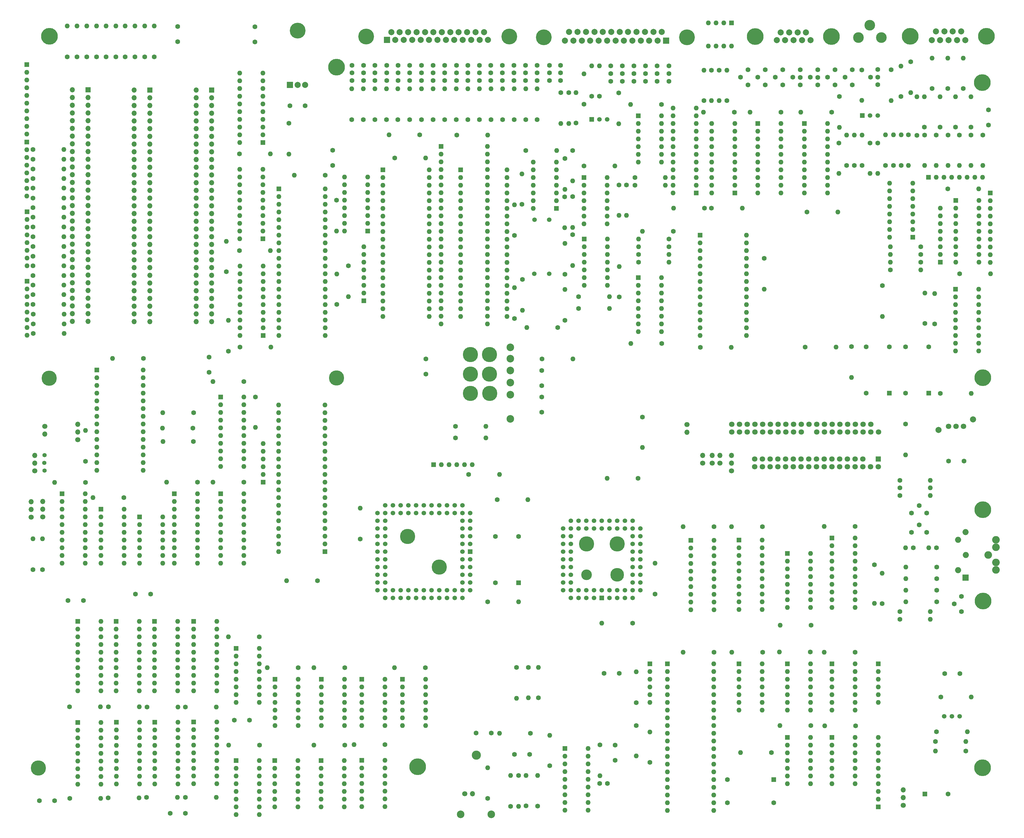
<source format=gbr>
%TF.GenerationSoftware,KiCad,Pcbnew,7.0.6*%
%TF.CreationDate,2023-08-29T14:49:30+01:00*%
%TF.ProjectId,Commodore PC10 III,436f6d6d-6f64-46f7-9265-205043313020,rev?*%
%TF.SameCoordinates,Original*%
%TF.FileFunction,Soldermask,Bot*%
%TF.FilePolarity,Negative*%
%FSLAX46Y46*%
G04 Gerber Fmt 4.6, Leading zero omitted, Abs format (unit mm)*
G04 Created by KiCad (PCBNEW 7.0.6) date 2023-08-29 14:49:30*
%MOMM*%
%LPD*%
G01*
G04 APERTURE LIST*
%ADD10C,1.600000*%
%ADD11O,1.600000X1.600000*%
%ADD12R,1.600000X1.600000*%
%ADD13C,1.700000*%
%ADD14O,1.700000X1.700000*%
%ADD15C,2.000000*%
%ADD16C,5.500000*%
%ADD17R,2.000000X2.000000*%
%ADD18O,2.000000X2.000000*%
%ADD19O,2.500000X2.500000*%
%ADD20C,5.000000*%
%ADD21C,1.500000*%
%ADD22R,1.800000X1.800000*%
%ADD23C,1.800000*%
%ADD24R,1.700000X1.700000*%
%ADD25C,3.500000*%
%ADD26C,5.200000*%
%ADD27C,1.400000*%
%ADD28R,1.500000X1.500000*%
%ADD29C,2.500000*%
%ADD30C,4.500000*%
%ADD31C,3.000000*%
G04 APERTURE END LIST*
D10*
%TO.C,C744*%
X137260000Y-330850000D03*
D11*
X147420000Y-330850000D03*
%TD*%
D10*
%TO.C,R504*%
X397580000Y-226330000D03*
D11*
X407580000Y-226330000D03*
%TD*%
D10*
%TO.C,R690*%
X196720000Y-108860000D03*
D11*
X196720000Y-119020000D03*
%TD*%
D10*
%TO.C,C701*%
X220100000Y-245700000D03*
D11*
X220100000Y-235540000D03*
%TD*%
D10*
%TO.C,R105*%
X409250000Y-312290000D03*
D11*
X419250000Y-312290000D03*
%TD*%
D10*
%TO.C,FB605*%
X418390000Y-97400000D03*
D11*
X418390000Y-87400000D03*
%TD*%
D10*
%TO.C,R605*%
X398020000Y-122690000D03*
D11*
X398020000Y-112690000D03*
%TD*%
D10*
%TO.C,EMI425*%
X282380000Y-94770000D03*
X282380000Y-92230000D03*
X282380000Y-89770000D03*
%TD*%
%TO.C,R402*%
X269620000Y-333650000D03*
D11*
X269620000Y-323490000D03*
%TD*%
D10*
%TO.C,C725*%
X187060000Y-313470000D03*
D11*
X176900000Y-313470000D03*
%TD*%
D10*
%TO.C,C534*%
X112530000Y-136610000D03*
D11*
X122690000Y-136610000D03*
%TD*%
D12*
%TO.C,U109*%
X174290000Y-230770000D03*
D11*
X174290000Y-233310000D03*
X174290000Y-235850000D03*
X174290000Y-238390000D03*
X174290000Y-240930000D03*
X174290000Y-243470000D03*
X174290000Y-246010000D03*
X174290000Y-248550000D03*
X174290000Y-251090000D03*
X174290000Y-253630000D03*
X181910000Y-253630000D03*
X181910000Y-251090000D03*
X181910000Y-248550000D03*
X181910000Y-246010000D03*
X181910000Y-243470000D03*
X181910000Y-240930000D03*
X181910000Y-238390000D03*
X181910000Y-235850000D03*
X181910000Y-233310000D03*
X181910000Y-230770000D03*
%TD*%
D10*
%TO.C,EMI403*%
X270700000Y-94780000D03*
X270700000Y-92240000D03*
X270700000Y-89780000D03*
%TD*%
%TO.C,C412*%
X263120000Y-107660000D03*
D11*
X263120000Y-97500000D03*
%TD*%
D10*
%TO.C,C427*%
X270860000Y-145720000D03*
D11*
X270860000Y-135720000D03*
%TD*%
D10*
%TO.C,R603*%
X385064000Y-91300000D03*
D11*
X385064000Y-101300000D03*
%TD*%
D13*
%TO.C,JMP206*%
X335890000Y-220660000D03*
D14*
X335890000Y-218120000D03*
%TD*%
D10*
%TO.C,R604*%
X395450000Y-122690000D03*
D11*
X395450000Y-112690000D03*
%TD*%
D15*
%TO.C,CN601*%
X419140000Y-81480000D03*
X416370000Y-81480000D03*
X413600000Y-81480000D03*
X410830000Y-81480000D03*
X408060000Y-81480000D03*
X417755000Y-78640000D03*
X414985000Y-78640000D03*
D16*
X426080000Y-80220000D03*
D15*
X412215000Y-78640000D03*
D16*
X400970000Y-80210000D03*
D15*
X409445000Y-78640000D03*
%TD*%
D10*
%TO.C,R601*%
X387810000Y-115360000D03*
D11*
X387810000Y-125360000D03*
%TD*%
D10*
%TO.C,C533*%
X112520000Y-139770000D03*
D11*
X122680000Y-139770000D03*
%TD*%
D10*
%TO.C,C743*%
X124610000Y-330970000D03*
D11*
X134770000Y-330970000D03*
%TD*%
D17*
%TO.C,CN102*%
X419190000Y-258400000D03*
D18*
X419250000Y-250910000D03*
X419200000Y-243350000D03*
X416740000Y-255870000D03*
X416700000Y-245880000D03*
D19*
X426640000Y-250880000D03*
X429190000Y-245880000D03*
X429190000Y-248350000D03*
X429190000Y-253360000D03*
X429190000Y-255830000D03*
%TD*%
D10*
%TO.C,C104*%
X409690000Y-254870000D03*
D11*
X399530000Y-254870000D03*
%TD*%
D10*
%TO.C,C111*%
X216240000Y-155770000D03*
D11*
X216240000Y-165930000D03*
%TD*%
D12*
%TO.C,U111*%
X311540000Y-106390000D03*
D11*
X311540000Y-108930000D03*
X311540000Y-111470000D03*
X311540000Y-114010000D03*
X311540000Y-116550000D03*
X311540000Y-119090000D03*
X311540000Y-121630000D03*
X319160000Y-121630000D03*
X319160000Y-119090000D03*
X319160000Y-116550000D03*
X319160000Y-114010000D03*
X319160000Y-111470000D03*
X319160000Y-108930000D03*
X319160000Y-106390000D03*
%TD*%
D10*
%TO.C,C520*%
X152420000Y-87020000D03*
D11*
X152420000Y-76860000D03*
%TD*%
D10*
%TO.C,C525*%
X112560000Y-165260000D03*
D11*
X122720000Y-165260000D03*
%TD*%
D10*
%TO.C,FB601*%
X165270000Y-213600000D03*
D11*
X155270000Y-213600000D03*
%TD*%
D10*
%TO.C,C723*%
X142430000Y-232030000D03*
D11*
X132270000Y-232030000D03*
%TD*%
D10*
%TO.C,C518*%
X146050000Y-87020000D03*
D11*
X146050000Y-76860000D03*
%TD*%
D10*
%TO.C,C539*%
X112550000Y-120660000D03*
D11*
X122710000Y-120660000D03*
%TD*%
D10*
%TO.C,C604*%
X421000000Y-112770000D03*
D11*
X421000000Y-122770000D03*
%TD*%
D10*
%TO.C,C745*%
X149900000Y-330700000D03*
D11*
X160060000Y-330700000D03*
%TD*%
D10*
%TO.C,C521*%
X112590000Y-178020000D03*
D11*
X122750000Y-178020000D03*
%TD*%
D10*
%TO.C,R202*%
X310910000Y-299470000D03*
D11*
X310910000Y-289310000D03*
%TD*%
D12*
%TO.C,OSC601*%
X407050000Y-197690000D03*
D10*
X407050000Y-182450000D03*
X399430000Y-182450000D03*
X399430000Y-197690000D03*
%TD*%
D12*
%TO.C,U204*%
X344700000Y-246000000D03*
D11*
X344700000Y-248540000D03*
X344700000Y-251080000D03*
X344700000Y-253620000D03*
X344700000Y-256160000D03*
X344700000Y-258700000D03*
X344700000Y-261240000D03*
X344700000Y-263780000D03*
X344700000Y-266320000D03*
X344700000Y-268860000D03*
X352320000Y-268860000D03*
X352320000Y-266320000D03*
X352320000Y-263780000D03*
X352320000Y-261240000D03*
X352320000Y-258700000D03*
X352320000Y-256160000D03*
X352320000Y-253620000D03*
X352320000Y-251080000D03*
X352320000Y-248540000D03*
X352320000Y-246000000D03*
%TD*%
D10*
%TO.C,C519*%
X149250000Y-87020000D03*
D11*
X149250000Y-76860000D03*
%TD*%
D10*
%TO.C,CB407*%
X274550000Y-117790000D03*
D11*
X284710000Y-117790000D03*
%TD*%
D10*
%TO.C,C110*%
X255790000Y-224420000D03*
D11*
X265950000Y-224420000D03*
%TD*%
D10*
%TO.C,C800*%
X228260000Y-313320000D03*
D11*
X218100000Y-313320000D03*
%TD*%
D10*
%TO.C,C507*%
X160070000Y-81980000D03*
X160070000Y-76980000D03*
%TD*%
D12*
%TO.C,U304*%
X122130000Y-230750000D03*
D11*
X122130000Y-233290000D03*
X122130000Y-235830000D03*
X122130000Y-238370000D03*
X122130000Y-240910000D03*
X122130000Y-243450000D03*
X122130000Y-245990000D03*
X122130000Y-248530000D03*
X122130000Y-251070000D03*
X122130000Y-253610000D03*
X129750000Y-253610000D03*
X129750000Y-251070000D03*
X129750000Y-248530000D03*
X129750000Y-245990000D03*
X129750000Y-243450000D03*
X129750000Y-240910000D03*
X129750000Y-238370000D03*
X129750000Y-235830000D03*
X129750000Y-233290000D03*
X129750000Y-230750000D03*
%TD*%
D10*
%TO.C,C415*%
X251710000Y-107660000D03*
D11*
X251710000Y-97500000D03*
%TD*%
D10*
%TO.C,C768*%
X367020000Y-138070000D03*
D11*
X377180000Y-138070000D03*
%TD*%
D10*
%TO.C,R103*%
X397610000Y-272060000D03*
D11*
X407610000Y-272060000D03*
%TD*%
D10*
%TO.C,R108*%
X212360000Y-134190000D03*
D11*
X212360000Y-144350000D03*
%TD*%
D20*
%TO.C,*%
X304650000Y-247290000D03*
%TD*%
D10*
%TO.C,R413*%
X305300000Y-166010000D03*
D11*
X305300000Y-156010000D03*
%TD*%
D21*
%TO.C,XTAL4*%
X282320000Y-140580000D03*
X277420000Y-140580000D03*
%TD*%
D10*
%TO.C,C776*%
X231480000Y-120290000D03*
D11*
X241640000Y-120290000D03*
%TD*%
D12*
%TO.C,U310*%
X139920000Y-305980000D03*
D11*
X139920000Y-308520000D03*
X139920000Y-311060000D03*
X139920000Y-313600000D03*
X139920000Y-316140000D03*
X139920000Y-318680000D03*
X139920000Y-321220000D03*
X139920000Y-323760000D03*
X139920000Y-326300000D03*
X147540000Y-326300000D03*
X147540000Y-323760000D03*
X147540000Y-321220000D03*
X147540000Y-318680000D03*
X147540000Y-316140000D03*
X147540000Y-313600000D03*
X147540000Y-311060000D03*
X147540000Y-308520000D03*
X147540000Y-305980000D03*
%TD*%
D10*
%TO.C,R109*%
X185720000Y-198960000D03*
D11*
X185720000Y-208960000D03*
%TD*%
D10*
%TO.C,CB608*%
X333360000Y-136820000D03*
D11*
X323200000Y-136820000D03*
%TD*%
D10*
%TO.C,C202*%
X271530000Y-287920000D03*
D11*
X271530000Y-298080000D03*
%TD*%
D10*
%TO.C,FB606*%
X420940000Y-110090000D03*
D11*
X420940000Y-100090000D03*
%TD*%
D10*
%TO.C,R645*%
X403191600Y-112806200D03*
D11*
X403191600Y-100106200D03*
%TD*%
D10*
%TO.C,C535*%
X112520000Y-133440000D03*
D11*
X122680000Y-133440000D03*
%TD*%
D10*
%TO.C,C761*%
X291910000Y-169800000D03*
D11*
X302070000Y-169800000D03*
%TD*%
D16*
%TO.C,*%
X117980000Y-80230000D03*
%TD*%
D10*
%TO.C,R407*%
X290030000Y-145520000D03*
D11*
X290030000Y-155680000D03*
%TD*%
D10*
%TO.C,C524*%
X112560000Y-168420000D03*
D11*
X122720000Y-168420000D03*
%TD*%
D10*
%TO.C,R626*%
X321640000Y-146940000D03*
D11*
X311640000Y-146940000D03*
%TD*%
D10*
%TO.C,EMI408*%
X251770000Y-94780000D03*
X251770000Y-92240000D03*
X251770000Y-89780000D03*
%TD*%
%TO.C,C770*%
X331990000Y-182560000D03*
D11*
X342150000Y-182560000D03*
%TD*%
D12*
%TO.C,RP502*%
X110510000Y-115010000D03*
D11*
X110510000Y-117550000D03*
X110510000Y-120090000D03*
X110510000Y-122630000D03*
X110510000Y-125170000D03*
X110510000Y-127710000D03*
X110510000Y-130250000D03*
X110510000Y-132790000D03*
%TD*%
D10*
%TO.C,C543*%
X258220000Y-309520000D03*
X263220000Y-309520000D03*
%TD*%
%TO.C,R206*%
X275400000Y-287920000D03*
D11*
X275400000Y-297920000D03*
%TD*%
D10*
%TO.C,R204*%
X397580000Y-228850000D03*
D11*
X407580000Y-228850000D03*
%TD*%
D12*
%TO.C,U104*%
X188160000Y-115160000D03*
D11*
X188160000Y-112620000D03*
X188160000Y-110080000D03*
X188160000Y-107540000D03*
X188160000Y-105000000D03*
X188160000Y-102460000D03*
X188160000Y-99920000D03*
X188160000Y-97380000D03*
X188160000Y-94840000D03*
X188160000Y-92300000D03*
X180540000Y-92300000D03*
X180540000Y-94840000D03*
X180540000Y-97380000D03*
X180540000Y-99920000D03*
X180540000Y-102460000D03*
X180540000Y-105000000D03*
X180540000Y-107540000D03*
X180540000Y-110080000D03*
X180540000Y-112620000D03*
X180540000Y-115160000D03*
%TD*%
D12*
%TO.C,RP604*%
X427278800Y-131760000D03*
D11*
X427278800Y-134300000D03*
X427278800Y-136840000D03*
X427278800Y-139380000D03*
X427278800Y-141920000D03*
X427278800Y-144460000D03*
X427278800Y-147000000D03*
X427278800Y-149540000D03*
X427278800Y-152080000D03*
X427278800Y-154620000D03*
%TD*%
D10*
%TO.C,C608*%
X409580000Y-112770000D03*
D11*
X409580000Y-122770000D03*
%TD*%
D10*
%TO.C,F401*%
X293700000Y-102610000D03*
D11*
X293700000Y-92610000D03*
%TD*%
D22*
%TO.C,CN201*%
X390480000Y-219300000D03*
D23*
X390480000Y-221840000D03*
X387940000Y-221840000D03*
X385400000Y-219300000D03*
X385400000Y-221840000D03*
X382860000Y-219300000D03*
X382860000Y-221840000D03*
X380320000Y-219300000D03*
X380320000Y-221840000D03*
X377780000Y-219300000D03*
X377780000Y-221840000D03*
X375240000Y-219300000D03*
X375240000Y-221840000D03*
X372700000Y-219300000D03*
X372700000Y-221840000D03*
X370160000Y-219300000D03*
X370160000Y-221840000D03*
X367620000Y-219300000D03*
X367620000Y-221840000D03*
X365080000Y-219300000D03*
X365080000Y-221840000D03*
X362540000Y-219300000D03*
X362540000Y-221840000D03*
X360000000Y-219300000D03*
X360000000Y-221840000D03*
X357460000Y-219300000D03*
X357460000Y-221840000D03*
X354920000Y-219300000D03*
X354920000Y-221840000D03*
X352380000Y-219300000D03*
X352380000Y-221840000D03*
X349840000Y-219300000D03*
X349840000Y-221840000D03*
%TD*%
D10*
%TO.C,R602*%
X390330000Y-115360000D03*
D11*
X390330000Y-125360000D03*
%TD*%
D10*
%TO.C,EMI411*%
X240250000Y-94780000D03*
X240250000Y-92240000D03*
X240250000Y-89780000D03*
%TD*%
%TO.C,C426*%
X273350000Y-135550000D03*
D11*
X273350000Y-125550000D03*
%TD*%
D10*
%TO.C,CR405*%
X291080000Y-108790000D03*
D11*
X291080000Y-98790000D03*
%TD*%
D10*
%TO.C,C552*%
X170435000Y-185785000D03*
X170435000Y-190785000D03*
%TD*%
D21*
%TO.C,Q101*%
X412140000Y-304017308D03*
X414680000Y-304017308D03*
X417220000Y-304017308D03*
%TD*%
D10*
%TO.C,R620*%
X385191000Y-122710000D03*
D11*
X385191000Y-112710000D03*
%TD*%
D10*
%TO.C,C710*%
X148890000Y-186270000D03*
D11*
X138730000Y-186270000D03*
%TD*%
D10*
%TO.C,C611*%
X310440000Y-126680000D03*
D11*
X320440000Y-126680000D03*
%TD*%
D12*
%TO.C,U312*%
X165360000Y-305890000D03*
D11*
X165360000Y-308430000D03*
X165360000Y-310970000D03*
X165360000Y-313510000D03*
X165360000Y-316050000D03*
X165360000Y-318590000D03*
X165360000Y-321130000D03*
X165360000Y-323670000D03*
X165360000Y-326210000D03*
X172980000Y-326210000D03*
X172980000Y-323670000D03*
X172980000Y-321130000D03*
X172980000Y-318590000D03*
X172980000Y-316050000D03*
X172980000Y-313510000D03*
X172980000Y-310970000D03*
X172980000Y-308430000D03*
X172980000Y-305890000D03*
%TD*%
D10*
%TO.C,C508*%
X279930000Y-186360000D03*
D11*
X290090000Y-186360000D03*
%TD*%
D14*
%TO.C,CN504*%
X115710000Y-233340000D03*
X115710000Y-235880000D03*
D13*
X115710000Y-238420000D03*
%TD*%
D10*
%TO.C,R414*%
X305190000Y-129140000D03*
D11*
X305190000Y-139140000D03*
%TD*%
D10*
%TO.C,FB105*%
X212450000Y-168470000D03*
D11*
X212450000Y-158470000D03*
%TD*%
D10*
%TO.C,FB603*%
X381660000Y-182350000D03*
D11*
X381660000Y-192510000D03*
%TD*%
D12*
%TO.C,RP203*%
X390450000Y-333840000D03*
D11*
X390450000Y-331300000D03*
X390450000Y-328760000D03*
X390450000Y-326220000D03*
X390450000Y-323680000D03*
X390450000Y-321140000D03*
X390450000Y-318600000D03*
X390450000Y-316060000D03*
X390450000Y-313520000D03*
X390450000Y-310980000D03*
%TD*%
D10*
%TO.C,C612*%
X310440000Y-129210000D03*
D11*
X320440000Y-129210000D03*
%TD*%
D10*
%TO.C,C422*%
X225000000Y-107680000D03*
D11*
X225000000Y-97520000D03*
%TD*%
D12*
%TO.C,U605*%
X415980000Y-134240000D03*
D11*
X415980000Y-136780000D03*
X415980000Y-139320000D03*
X415980000Y-141860000D03*
X415980000Y-144400000D03*
X415980000Y-146940000D03*
X415980000Y-149480000D03*
X415980000Y-152020000D03*
X415980000Y-154560000D03*
X423600000Y-154560000D03*
X423600000Y-152020000D03*
X423600000Y-149480000D03*
X423600000Y-146940000D03*
X423600000Y-144400000D03*
X423600000Y-141860000D03*
X423600000Y-139320000D03*
X423600000Y-136780000D03*
X423600000Y-134240000D03*
%TD*%
D10*
%TO.C,R501*%
X251440000Y-212360000D03*
D11*
X261440000Y-212360000D03*
%TD*%
D10*
%TO.C,C402*%
X303970000Y-313480000D03*
X303970000Y-318480000D03*
%TD*%
%TO.C,EMI410*%
X244070000Y-94780000D03*
X244070000Y-92240000D03*
X244070000Y-89780000D03*
%TD*%
%TO.C,R410*%
X305130000Y-98810000D03*
D11*
X305130000Y-108970000D03*
%TD*%
D10*
%TO.C,R625*%
X394500000Y-157100000D03*
D11*
X404500000Y-157100000D03*
%TD*%
D12*
%TO.C,RP504*%
X110610000Y-160860000D03*
D11*
X110610000Y-163400000D03*
X110610000Y-165940000D03*
X110610000Y-168480000D03*
X110610000Y-171020000D03*
X110610000Y-173560000D03*
X110610000Y-176100000D03*
X110610000Y-178640000D03*
%TD*%
D12*
%TO.C,RP303*%
X220675000Y-291810000D03*
D11*
X220675000Y-294350000D03*
X220675000Y-296890000D03*
X220675000Y-299430000D03*
X220675000Y-301970000D03*
X220675000Y-304510000D03*
X220675000Y-307050000D03*
X228295000Y-307050000D03*
X228295000Y-304510000D03*
X228295000Y-301970000D03*
X228295000Y-299430000D03*
X228295000Y-296890000D03*
X228295000Y-294350000D03*
X228295000Y-291810000D03*
%TD*%
D10*
%TO.C,R502*%
X176110000Y-157670000D03*
D11*
X176110000Y-147670000D03*
%TD*%
D10*
%TO.C,C411*%
X266950000Y-107660000D03*
D11*
X266950000Y-97500000D03*
%TD*%
D10*
%TO.C,R622*%
X400420000Y-112690000D03*
D11*
X400420000Y-122690000D03*
%TD*%
D10*
%TO.C,R403*%
X287460000Y-173720000D03*
D11*
X287460000Y-163560000D03*
%TD*%
%TO.C,RP201*%
X390510000Y-299440000D03*
X390510000Y-296900000D03*
X390510000Y-294360000D03*
X390510000Y-291820000D03*
X390510000Y-289280000D03*
D12*
X390510000Y-286740000D03*
%TD*%
D10*
%TO.C,C767*%
X352960000Y-153290000D03*
D11*
X352960000Y-163450000D03*
%TD*%
D20*
%TO.C,*%
X246150000Y-254910000D03*
%TD*%
D10*
%TO.C,FB607*%
X415850000Y-110090000D03*
D11*
X415850000Y-100090000D03*
%TD*%
D10*
%TO.C,EMI607*%
X347630000Y-96230000D03*
X345210000Y-93710000D03*
X347630000Y-91230000D03*
%TD*%
%TO.C,C540*%
X112550000Y-117480000D03*
D11*
X122710000Y-117480000D03*
%TD*%
D12*
%TO.C,RP301*%
X147540000Y-238390000D03*
D11*
X147540000Y-240930000D03*
X147540000Y-243470000D03*
X147540000Y-246010000D03*
X147540000Y-248550000D03*
X147540000Y-251090000D03*
X147540000Y-253630000D03*
X155160000Y-253630000D03*
X155160000Y-251090000D03*
X155160000Y-248550000D03*
X155160000Y-246010000D03*
X155160000Y-243470000D03*
X155160000Y-240930000D03*
X155160000Y-238390000D03*
%TD*%
D12*
%TO.C,U316*%
X220620000Y-318450000D03*
D11*
X220620000Y-320990000D03*
X220620000Y-323530000D03*
X220620000Y-326070000D03*
X220620000Y-328610000D03*
X220620000Y-331150000D03*
X220620000Y-333690000D03*
X228240000Y-333690000D03*
X228240000Y-331150000D03*
X228240000Y-328610000D03*
X228240000Y-326070000D03*
X228240000Y-323530000D03*
X228240000Y-320990000D03*
X228240000Y-318450000D03*
%TD*%
D14*
%TO.C,CN101*%
X398690000Y-328190000D03*
X398690000Y-330730000D03*
D13*
X398690000Y-333270000D03*
%TD*%
D10*
%TO.C,C714*%
X336500000Y-241580000D03*
D11*
X326340000Y-241580000D03*
%TD*%
D10*
%TO.C,C530*%
X112530000Y-149360000D03*
D11*
X122690000Y-149360000D03*
%TD*%
D10*
%TO.C,C603*%
X405710000Y-112770000D03*
D11*
X405710000Y-122770000D03*
%TD*%
D14*
%TO.C,JMP301*%
X127230000Y-207935000D03*
X127230000Y-210475000D03*
D13*
X127230000Y-213015000D03*
%TD*%
D10*
%TO.C,C601*%
X307700000Y-129140000D03*
D11*
X307700000Y-139140000D03*
%TD*%
D10*
%TO.C,R629*%
X404500000Y-154525600D03*
D11*
X394500000Y-154525600D03*
%TD*%
D10*
%TO.C,R422*%
X287410000Y-120460000D03*
D11*
X287410000Y-130620000D03*
%TD*%
D10*
%TO.C,C717*%
X368160000Y-282870000D03*
D11*
X358000000Y-282870000D03*
%TD*%
D14*
%TO.C,CN501*%
X166190000Y-97950000D03*
X166190000Y-100490000D03*
X166190000Y-103030000D03*
X166190000Y-105570000D03*
X166190000Y-108110000D03*
X166190000Y-110650000D03*
X166190000Y-113190000D03*
X166190000Y-115730000D03*
X166190000Y-118270000D03*
X166190000Y-120810000D03*
X166190000Y-123350000D03*
X166190000Y-125890000D03*
X166190000Y-128430000D03*
X166190000Y-130970000D03*
X166190000Y-133510000D03*
X166190000Y-136050000D03*
X166190000Y-138590000D03*
X166190000Y-141130000D03*
X166190000Y-143670000D03*
X166190000Y-146210000D03*
X166190000Y-148750000D03*
X166190000Y-151290000D03*
X166190000Y-153830000D03*
X166190000Y-156370000D03*
X166190000Y-158910000D03*
X166190000Y-161450000D03*
X166190000Y-163990000D03*
X166190000Y-166530000D03*
X166190000Y-169070000D03*
X166190000Y-171610000D03*
X166190000Y-174150000D03*
D24*
X171320000Y-97950000D03*
D14*
X171320000Y-100490000D03*
X171320000Y-103030000D03*
X171320000Y-105570000D03*
X171320000Y-108110000D03*
X171320000Y-110650000D03*
X171320000Y-113190000D03*
X171320000Y-115730000D03*
X171320000Y-118270000D03*
X171320000Y-120810000D03*
X171320000Y-123350000D03*
X171320000Y-125890000D03*
X171320000Y-128430000D03*
X171320000Y-130970000D03*
X171320000Y-133510000D03*
X171320000Y-136050000D03*
X171320000Y-138590000D03*
X171320000Y-141130000D03*
X171320000Y-143670000D03*
X171320000Y-146210000D03*
X171320000Y-148750000D03*
X171320000Y-151290000D03*
X171320000Y-153830000D03*
X171320000Y-156370000D03*
X171320000Y-158910000D03*
X171320000Y-161450000D03*
X171320000Y-163990000D03*
X171320000Y-166530000D03*
X171320000Y-169070000D03*
X171320000Y-171610000D03*
X171320000Y-174150000D03*
%TD*%
D10*
%TO.C,C706*%
X180390000Y-150720000D03*
D11*
X190550000Y-150720000D03*
%TD*%
D10*
%TO.C,R641*%
X312900000Y-205490000D03*
D11*
X312900000Y-215490000D03*
%TD*%
D10*
%TO.C,EMI614*%
X390340000Y-96180000D03*
X387920000Y-93660000D03*
X390340000Y-93720000D03*
X390340000Y-91180000D03*
%TD*%
%TO.C,C777*%
X319300000Y-181350000D03*
D11*
X309140000Y-181350000D03*
%TD*%
D10*
%TO.C,FB608*%
X413310000Y-97400000D03*
D11*
X413310000Y-87400000D03*
%TD*%
D10*
%TO.C,CB111*%
X319200000Y-102640000D03*
D11*
X309040000Y-102640000D03*
%TD*%
D10*
%TO.C,R411*%
X282420000Y-320270000D03*
D11*
X282420000Y-310270000D03*
%TD*%
D10*
%TO.C,C769*%
X391810000Y-162240000D03*
D11*
X391810000Y-172400000D03*
%TD*%
D10*
%TO.C,C712*%
X382910000Y-241540000D03*
D11*
X372750000Y-241540000D03*
%TD*%
D12*
%TO.C,SWTCH601*%
X342270000Y-75800000D03*
D11*
X339730000Y-75800000D03*
X337190000Y-75800000D03*
X334650000Y-75800000D03*
X334650000Y-83420000D03*
X337190000Y-83420000D03*
X339730000Y-83420000D03*
X342270000Y-83420000D03*
%TD*%
D10*
%TO.C,C772*%
X375180000Y-105180000D03*
D11*
X365020000Y-105180000D03*
%TD*%
D10*
%TO.C,C420*%
X232540000Y-107670000D03*
D11*
X232540000Y-97510000D03*
%TD*%
D10*
%TO.C,C529*%
X112530000Y-152580000D03*
D11*
X122690000Y-152580000D03*
%TD*%
D10*
%TO.C,CR403*%
X298760000Y-99950000D03*
D11*
X298760000Y-89950000D03*
%TD*%
D10*
%TO.C,C401*%
X298970000Y-313390000D03*
D11*
X298970000Y-323550000D03*
%TD*%
D10*
%TO.C,R624*%
X311640000Y-152030000D03*
D11*
X321640000Y-152030000D03*
%TD*%
D10*
%TO.C,C526*%
X112550000Y-162120000D03*
D11*
X122710000Y-162120000D03*
%TD*%
D12*
%TO.C,U308*%
X127250000Y-272770000D03*
D11*
X127250000Y-275310000D03*
X127250000Y-277850000D03*
X127250000Y-280390000D03*
X127250000Y-282930000D03*
X127250000Y-285470000D03*
X127250000Y-288010000D03*
X127250000Y-290550000D03*
X127250000Y-293090000D03*
X127250000Y-295630000D03*
X134870000Y-295630000D03*
X134870000Y-293090000D03*
X134870000Y-290550000D03*
X134870000Y-288010000D03*
X134870000Y-285470000D03*
X134870000Y-282930000D03*
X134870000Y-280390000D03*
X134870000Y-277850000D03*
X134870000Y-275310000D03*
X134870000Y-272770000D03*
%TD*%
D10*
%TO.C,C542*%
X146185000Y-263805000D03*
X151185000Y-263805000D03*
%TD*%
%TO.C,C505*%
X185520000Y-77070000D03*
X185520000Y-82070000D03*
%TD*%
%TO.C,R616*%
X340700000Y-101370000D03*
D11*
X340700000Y-91370000D03*
%TD*%
D12*
%TO.C,U205*%
X328880000Y-246050000D03*
D11*
X328880000Y-248590000D03*
X328880000Y-251130000D03*
X328880000Y-253670000D03*
X328880000Y-256210000D03*
X328880000Y-258750000D03*
X328880000Y-261290000D03*
X328880000Y-263830000D03*
X328880000Y-266370000D03*
X328880000Y-268910000D03*
X336500000Y-268910000D03*
X336500000Y-266370000D03*
X336500000Y-263830000D03*
X336500000Y-261290000D03*
X336500000Y-258750000D03*
X336500000Y-256210000D03*
X336500000Y-253670000D03*
X336500000Y-251130000D03*
X336500000Y-248590000D03*
X336500000Y-246050000D03*
%TD*%
D10*
%TO.C,EMI412*%
X236420000Y-94780000D03*
X236420000Y-92240000D03*
X236420000Y-89780000D03*
%TD*%
D25*
%TO.C,*%
X294520000Y-257440000D03*
%TD*%
D10*
%TO.C,CR501*%
X251440000Y-208590000D03*
D11*
X261440000Y-208590000D03*
%TD*%
D10*
%TO.C,C548*%
X124085000Y-265875000D03*
X129085000Y-265875000D03*
%TD*%
%TO.C,C760*%
X291900000Y-165950000D03*
D11*
X302060000Y-165950000D03*
%TD*%
D10*
%TO.C,EMI402*%
X274520000Y-94780000D03*
X274520000Y-92240000D03*
X274520000Y-89780000D03*
%TD*%
D12*
%TO.C,RP302*%
X192000000Y-318600000D03*
D11*
X192000000Y-321140000D03*
X192000000Y-323680000D03*
X192000000Y-326220000D03*
X192000000Y-328760000D03*
X192000000Y-331300000D03*
X192000000Y-333840000D03*
X199620000Y-333840000D03*
X199620000Y-331300000D03*
X199620000Y-328760000D03*
X199620000Y-326220000D03*
X199620000Y-323680000D03*
X199620000Y-321140000D03*
X199620000Y-318600000D03*
%TD*%
D10*
%TO.C,CR201*%
X278700000Y-297930000D03*
D11*
X278700000Y-287930000D03*
%TD*%
D10*
%TO.C,R619*%
X382600200Y-122710000D03*
D11*
X382600200Y-112710000D03*
%TD*%
D10*
%TO.C,R101*%
X411080000Y-297660000D03*
D11*
X421080000Y-297660000D03*
%TD*%
D10*
%TO.C,C416*%
X247900000Y-107660000D03*
D11*
X247900000Y-97500000D03*
%TD*%
D17*
%TO.C,CN401*%
X228925000Y-81380000D03*
D15*
X231695000Y-81380000D03*
X234465000Y-81380000D03*
X237235000Y-81380000D03*
X240005000Y-81380000D03*
X242775000Y-81380000D03*
X245545000Y-81380000D03*
X248315000Y-81380000D03*
X251085000Y-81380000D03*
X253855000Y-81380000D03*
X256625000Y-81380000D03*
X259395000Y-81380000D03*
X262165000Y-81380000D03*
X230360000Y-78850000D03*
X233130000Y-78850000D03*
X235900000Y-78850000D03*
X238670000Y-78850000D03*
X241440000Y-78850000D03*
X244210000Y-78850000D03*
X246980000Y-78850000D03*
X249750000Y-78850000D03*
X252520000Y-78850000D03*
X255290000Y-78850000D03*
X258060000Y-78850000D03*
D26*
X222045000Y-80270000D03*
D15*
X260830000Y-78850000D03*
D26*
X269145000Y-80270000D03*
%TD*%
D16*
%TO.C,*%
X239000000Y-320600000D03*
%TD*%
D12*
%TO.C,U606*%
X415899600Y-163423600D03*
D11*
X415899600Y-165963600D03*
X415899600Y-168503600D03*
X415899600Y-171043600D03*
X415899600Y-173583600D03*
X415899600Y-176123600D03*
X415899600Y-178663600D03*
X415899600Y-181203600D03*
X415899600Y-183743600D03*
X423519600Y-183743600D03*
X423519600Y-181203600D03*
X423519600Y-178663600D03*
X423519600Y-176123600D03*
X423519600Y-173583600D03*
X423519600Y-171043600D03*
X423519600Y-168503600D03*
X423519600Y-165963600D03*
X423519600Y-163423600D03*
%TD*%
D10*
%TO.C,C538*%
X112550000Y-123900000D03*
D11*
X122710000Y-123900000D03*
%TD*%
D12*
%TO.C,RP602*%
X401870000Y-146320000D03*
D11*
X401870000Y-143780000D03*
X401870000Y-141240000D03*
X401870000Y-138700000D03*
X401870000Y-136160000D03*
X401870000Y-133620000D03*
X401870000Y-131080000D03*
X401870000Y-128540000D03*
X394250000Y-128540000D03*
X394250000Y-131080000D03*
X394250000Y-133620000D03*
X394250000Y-136160000D03*
X394250000Y-138700000D03*
X394250000Y-141240000D03*
X394250000Y-143780000D03*
X394250000Y-146320000D03*
%TD*%
D10*
%TO.C,C551*%
X211045000Y-117715000D03*
X211045000Y-122715000D03*
%TD*%
D16*
%TO.C,*%
X424880000Y-192590000D03*
%TD*%
D10*
%TO.C,EMI419*%
X302550000Y-95000000D03*
X302550000Y-92460000D03*
X302550000Y-90000000D03*
%TD*%
%TO.C,R607*%
X335660800Y-91370000D03*
D11*
X335660800Y-101370000D03*
%TD*%
D12*
%TO.C,U206*%
X375240000Y-310950000D03*
D11*
X375240000Y-313490000D03*
X375240000Y-316030000D03*
X375240000Y-318570000D03*
X375240000Y-321110000D03*
X375240000Y-323650000D03*
X375240000Y-326190000D03*
X382860000Y-326190000D03*
X382860000Y-323650000D03*
X382860000Y-321110000D03*
X382860000Y-318570000D03*
X382860000Y-316030000D03*
X382860000Y-313490000D03*
X382860000Y-310950000D03*
%TD*%
D10*
%TO.C,C405*%
X287430000Y-158520000D03*
D11*
X287430000Y-148360000D03*
%TD*%
D10*
%TO.C,C537*%
X112540000Y-127030000D03*
D11*
X122700000Y-127030000D03*
%TD*%
D10*
%TO.C,R412*%
X287400000Y-133020000D03*
D11*
X287400000Y-143180000D03*
%TD*%
D12*
%TO.C,U107*%
X158990000Y-230770000D03*
D11*
X158990000Y-233310000D03*
X158990000Y-235850000D03*
X158990000Y-238390000D03*
X158990000Y-240930000D03*
X158990000Y-243470000D03*
X158990000Y-246010000D03*
X158990000Y-248550000D03*
X158990000Y-251090000D03*
X158990000Y-253630000D03*
X166610000Y-253630000D03*
X166610000Y-251090000D03*
X166610000Y-248550000D03*
X166610000Y-246010000D03*
X166610000Y-243470000D03*
X166610000Y-240930000D03*
X166610000Y-238390000D03*
X166610000Y-235850000D03*
X166610000Y-233310000D03*
X166610000Y-230770000D03*
%TD*%
D10*
%TO.C,C425*%
X289980000Y-117800000D03*
D11*
X289980000Y-127800000D03*
%TD*%
D10*
%TO.C,C418*%
X240270000Y-107660000D03*
D11*
X240270000Y-97500000D03*
%TD*%
D10*
%TO.C,FB604*%
X408200000Y-97430000D03*
D11*
X408200000Y-87430000D03*
%TD*%
D10*
%TO.C,EMI407*%
X255520000Y-94780000D03*
X255520000Y-92240000D03*
X255520000Y-89780000D03*
%TD*%
%TO.C,C512*%
X126980000Y-87020000D03*
D11*
X126980000Y-76860000D03*
%TD*%
D10*
%TO.C,R408*%
X286080000Y-98790000D03*
D11*
X286080000Y-108950000D03*
%TD*%
D10*
%TO.C,C713*%
X352350000Y-241620000D03*
D11*
X342190000Y-241620000D03*
%TD*%
D10*
%TO.C,EMI102*%
X401420000Y-243460000D03*
X403940000Y-241040000D03*
X406420000Y-243460000D03*
%TD*%
D12*
%TO.C,U406*%
X246700000Y-116500000D03*
D11*
X246700000Y-119040000D03*
X246700000Y-121580000D03*
X246700000Y-124120000D03*
X246700000Y-126660000D03*
X246700000Y-129200000D03*
X246700000Y-131740000D03*
X246700000Y-134280000D03*
X246700000Y-136820000D03*
X246700000Y-139360000D03*
X246700000Y-141900000D03*
X246700000Y-144440000D03*
X246700000Y-146980000D03*
X246700000Y-149520000D03*
X246700000Y-152060000D03*
X246700000Y-154600000D03*
X246700000Y-157140000D03*
X246700000Y-159680000D03*
X246700000Y-162220000D03*
X246700000Y-164760000D03*
X246700000Y-167300000D03*
X246700000Y-169840000D03*
X246700000Y-172380000D03*
X246700000Y-174920000D03*
X261940000Y-174920000D03*
X261940000Y-172380000D03*
X261940000Y-169840000D03*
X261940000Y-167300000D03*
X261940000Y-164760000D03*
X261940000Y-162220000D03*
X261940000Y-159680000D03*
X261940000Y-157140000D03*
X261940000Y-154600000D03*
X261940000Y-152060000D03*
X261940000Y-149520000D03*
X261940000Y-146980000D03*
X261940000Y-144440000D03*
X261940000Y-141900000D03*
X261940000Y-139360000D03*
X261940000Y-136820000D03*
X261940000Y-134280000D03*
X261940000Y-131740000D03*
X261940000Y-129200000D03*
X261940000Y-126660000D03*
X261940000Y-124120000D03*
X261940000Y-121580000D03*
X261940000Y-119040000D03*
X261940000Y-116500000D03*
%TD*%
D13*
%TO.C,JMP690*%
X254545000Y-329470000D03*
D14*
X257085000Y-329470000D03*
%TD*%
D10*
%TO.C,EMI610*%
X359060000Y-96230000D03*
X356640000Y-93710000D03*
X359060000Y-91230000D03*
%TD*%
%TO.C,C417*%
X244090000Y-107660000D03*
D11*
X244090000Y-97500000D03*
%TD*%
D10*
%TO.C,EMI423*%
X321620000Y-95000000D03*
X321620000Y-92460000D03*
X321620000Y-90000000D03*
%TD*%
D12*
%TO.C,U103*%
X208550000Y-249840000D03*
D11*
X208550000Y-247300000D03*
X208550000Y-244760000D03*
X208550000Y-242220000D03*
X208550000Y-239680000D03*
X208550000Y-237140000D03*
X208550000Y-234600000D03*
X208550000Y-232060000D03*
X208550000Y-229520000D03*
X208550000Y-226980000D03*
X208550000Y-224440000D03*
X208550000Y-221900000D03*
X208550000Y-219360000D03*
X208550000Y-216820000D03*
X208550000Y-214280000D03*
X208550000Y-211740000D03*
X208550000Y-209200000D03*
X208550000Y-206660000D03*
X208550000Y-204120000D03*
X208550000Y-201580000D03*
X193310000Y-201580000D03*
X193310000Y-204120000D03*
X193310000Y-206660000D03*
X193310000Y-209200000D03*
X193310000Y-211740000D03*
X193310000Y-214280000D03*
X193310000Y-216820000D03*
X193310000Y-219360000D03*
X193310000Y-221900000D03*
X193310000Y-224440000D03*
X193310000Y-226980000D03*
X193310000Y-229520000D03*
X193310000Y-232060000D03*
X193310000Y-234600000D03*
X193310000Y-237140000D03*
X193310000Y-239680000D03*
X193310000Y-242220000D03*
X193310000Y-244760000D03*
X193310000Y-247300000D03*
X193310000Y-249840000D03*
%TD*%
D12*
%TO.C,RP603*%
X407030000Y-126630000D03*
D11*
X409570000Y-126630000D03*
X412110000Y-126630000D03*
X414650000Y-126630000D03*
X417190000Y-126630000D03*
X419730000Y-126630000D03*
X422270000Y-126630000D03*
X424810000Y-126630000D03*
%TD*%
D10*
%TO.C,C201*%
X399450000Y-207860000D03*
D11*
X399450000Y-218020000D03*
%TD*%
D23*
%TO.C,SW501*%
X413600000Y-208590000D03*
D15*
X410310000Y-209760000D03*
D23*
X416050000Y-208590000D03*
D15*
X421620000Y-206330000D03*
D23*
X418510000Y-208590000D03*
%TD*%
D12*
%TO.C,U1*%
X360590000Y-286730000D03*
D11*
X360590000Y-289270000D03*
X360590000Y-291810000D03*
X360590000Y-294350000D03*
X360590000Y-296890000D03*
X360590000Y-299430000D03*
X360590000Y-301970000D03*
X368210000Y-301970000D03*
X368210000Y-299430000D03*
X368210000Y-296890000D03*
X368210000Y-294350000D03*
X368210000Y-291810000D03*
X368210000Y-289270000D03*
X368210000Y-286730000D03*
%TD*%
D20*
%TO.C,CN506*%
X262720000Y-197740000D03*
X262670000Y-191360000D03*
X262670000Y-184990000D03*
X256360000Y-197740000D03*
X256360000Y-191360000D03*
X256350000Y-184990000D03*
%TD*%
D10*
%TO.C,C778*%
X335630000Y-136820000D03*
D11*
X345790000Y-136820000D03*
%TD*%
D14*
%TO.C,CN502*%
X145840000Y-97900000D03*
X145840000Y-100440000D03*
X145840000Y-102980000D03*
X145840000Y-105520000D03*
X145840000Y-108060000D03*
X145840000Y-110600000D03*
X145840000Y-113140000D03*
X145840000Y-115680000D03*
X145840000Y-118220000D03*
X145840000Y-120760000D03*
X145840000Y-123300000D03*
X145840000Y-125840000D03*
X145840000Y-128380000D03*
X145840000Y-130920000D03*
X145840000Y-133460000D03*
X145840000Y-136000000D03*
X145840000Y-138540000D03*
X145840000Y-141080000D03*
X145840000Y-143620000D03*
X145840000Y-146160000D03*
X145840000Y-148700000D03*
X145840000Y-151240000D03*
X145840000Y-153780000D03*
X145840000Y-156320000D03*
X145840000Y-158860000D03*
X145840000Y-161400000D03*
X145840000Y-163940000D03*
X145840000Y-166480000D03*
X145840000Y-169020000D03*
X145840000Y-171560000D03*
X145840000Y-174100000D03*
D24*
X150970000Y-97900000D03*
D14*
X150970000Y-100440000D03*
X150970000Y-102980000D03*
X150970000Y-105520000D03*
X150970000Y-108060000D03*
X150970000Y-110600000D03*
X150970000Y-113140000D03*
X150970000Y-115680000D03*
X150970000Y-118220000D03*
X150970000Y-120760000D03*
X150970000Y-123300000D03*
X150970000Y-125840000D03*
X150970000Y-128380000D03*
X150970000Y-130920000D03*
X150970000Y-133460000D03*
X150970000Y-136000000D03*
X150970000Y-138540000D03*
X150970000Y-141080000D03*
X150970000Y-143620000D03*
X150970000Y-146160000D03*
X150970000Y-148700000D03*
X150970000Y-151240000D03*
X150970000Y-153780000D03*
X150970000Y-156320000D03*
X150970000Y-158860000D03*
X150970000Y-161400000D03*
X150970000Y-163940000D03*
X150970000Y-166480000D03*
X150970000Y-169020000D03*
X150970000Y-171560000D03*
X150970000Y-174100000D03*
%TD*%
D10*
%TO.C,C109*%
X409680000Y-266350000D03*
D11*
X399520000Y-266350000D03*
%TD*%
D10*
%TO.C,CR404*%
X296220000Y-99950000D03*
D11*
X296220000Y-89950000D03*
%TD*%
D10*
%TO.C,FB101*%
X265220000Y-232690000D03*
D11*
X275220000Y-232690000D03*
%TD*%
D10*
%TO.C,R691*%
X343170000Y-105180000D03*
D11*
X333010000Y-105180000D03*
%TD*%
D10*
%TO.C,R205*%
X112500000Y-255740000D03*
D11*
X112500000Y-245580000D03*
%TD*%
D10*
%TO.C,FB201*%
X315400000Y-319130000D03*
D11*
X315400000Y-309130000D03*
%TD*%
D10*
%TO.C,C550*%
X183720000Y-305230000D03*
X178720000Y-305230000D03*
%TD*%
%TO.C,R106*%
X389200000Y-254100000D03*
D11*
X389200000Y-266800000D03*
%TD*%
D10*
%TO.C,EMI101*%
X401420000Y-237085000D03*
X403940000Y-234665000D03*
X406420000Y-237085000D03*
%TD*%
D12*
%TO.C,U106*%
X188130000Y-146900000D03*
D11*
X188130000Y-144360000D03*
X188130000Y-141820000D03*
X188130000Y-139280000D03*
X188130000Y-136740000D03*
X188130000Y-134200000D03*
X188130000Y-131660000D03*
X188130000Y-129120000D03*
X188130000Y-126580000D03*
X188130000Y-124040000D03*
X180510000Y-124040000D03*
X180510000Y-126580000D03*
X180510000Y-129120000D03*
X180510000Y-131660000D03*
X180510000Y-134200000D03*
X180510000Y-136740000D03*
X180510000Y-139280000D03*
X180510000Y-141820000D03*
X180510000Y-144360000D03*
X180510000Y-146900000D03*
%TD*%
D10*
%TO.C,C762*%
X251880000Y-112740000D03*
D11*
X262040000Y-112740000D03*
%TD*%
D10*
%TO.C,C107*%
X368350000Y-273990000D03*
D11*
X358190000Y-273990000D03*
%TD*%
D10*
%TO.C,C711*%
X336480000Y-282940000D03*
D11*
X326320000Y-282940000D03*
%TD*%
D10*
%TO.C,EMI421*%
X310160000Y-95000000D03*
X310160000Y-92460000D03*
X310160000Y-90000000D03*
%TD*%
D12*
%TO.C,RP101*%
X188250000Y-226990000D03*
D11*
X188250000Y-224450000D03*
X188250000Y-221910000D03*
X188250000Y-219370000D03*
X188250000Y-216830000D03*
X188250000Y-214290000D03*
%TD*%
D10*
%TO.C,C536*%
X112530000Y-130190000D03*
D11*
X122690000Y-130190000D03*
%TD*%
D20*
%TO.C,*%
X114330000Y-321000000D03*
%TD*%
D10*
%TO.C,C803*%
X311520000Y-225710000D03*
D11*
X301360000Y-225710000D03*
%TD*%
D10*
%TO.C,C715*%
X383010000Y-307120000D03*
D11*
X372850000Y-307120000D03*
%TD*%
D10*
%TO.C,CR401*%
X278450000Y-333510000D03*
D11*
X278450000Y-323510000D03*
%TD*%
D12*
%TO.C,U604*%
X366210000Y-108900000D03*
D11*
X366210000Y-111440000D03*
X366210000Y-113980000D03*
X366210000Y-116520000D03*
X366210000Y-119060000D03*
X366210000Y-121600000D03*
X366210000Y-124140000D03*
X366210000Y-126680000D03*
X366210000Y-129220000D03*
X366210000Y-131760000D03*
X373830000Y-131760000D03*
X373830000Y-129220000D03*
X373830000Y-126680000D03*
X373830000Y-124140000D03*
X373830000Y-121600000D03*
X373830000Y-119060000D03*
X373830000Y-116520000D03*
X373830000Y-113980000D03*
X373830000Y-111440000D03*
X373830000Y-108900000D03*
%TD*%
D16*
%TO.C,*%
X424920000Y-266110000D03*
%TD*%
D10*
%TO.C,C522*%
X112590000Y-174860000D03*
D11*
X122750000Y-174860000D03*
%TD*%
D16*
%TO.C,*%
X424890000Y-236050000D03*
%TD*%
D10*
%TO.C,C774*%
X417260000Y-158340000D03*
D11*
X427420000Y-158340000D03*
%TD*%
D27*
%TO.C,TP3*%
X116300000Y-218080000D03*
%TD*%
D10*
%TO.C,C409*%
X274620000Y-107660000D03*
D11*
X274620000Y-97500000D03*
%TD*%
D12*
%TO.C,U407*%
X284688600Y-136865200D03*
D11*
X284688600Y-134325200D03*
X284688600Y-131785200D03*
X284688600Y-129245200D03*
X284688600Y-126705200D03*
X284688600Y-124165200D03*
X284688600Y-121625200D03*
X277068600Y-121625200D03*
X277068600Y-124165200D03*
X277068600Y-126705200D03*
X277068600Y-129245200D03*
X277068600Y-131785200D03*
X277068600Y-134325200D03*
X277068600Y-136865200D03*
%TD*%
D12*
%TO.C,U405*%
X293740000Y-126675000D03*
D11*
X293740000Y-129215000D03*
X293740000Y-131755000D03*
X293740000Y-134295000D03*
X293740000Y-136835000D03*
X293740000Y-139375000D03*
X293740000Y-141915000D03*
X301360000Y-141915000D03*
X301360000Y-139375000D03*
X301360000Y-136835000D03*
X301360000Y-134295000D03*
X301360000Y-131755000D03*
X301360000Y-129215000D03*
X301360000Y-126675000D03*
%TD*%
D10*
%TO.C,R102*%
X419250000Y-315460000D03*
D11*
X409250000Y-315460000D03*
%TD*%
D10*
%TO.C,C546*%
X197020000Y-103070000D03*
X202020000Y-103070000D03*
%TD*%
%TO.C,C408*%
X278330000Y-107660000D03*
D11*
X278330000Y-97500000D03*
%TD*%
D12*
%TO.C,U401*%
X287470000Y-314610000D03*
D11*
X287470000Y-317150000D03*
X287470000Y-319690000D03*
X287470000Y-322230000D03*
X287470000Y-324770000D03*
X287470000Y-327310000D03*
X287470000Y-329850000D03*
X287470000Y-332390000D03*
X287470000Y-334930000D03*
X295090000Y-334930000D03*
X295090000Y-332390000D03*
X295090000Y-329850000D03*
X295090000Y-327310000D03*
X295090000Y-324770000D03*
X295090000Y-322230000D03*
X295090000Y-319690000D03*
X295090000Y-317150000D03*
X295090000Y-314610000D03*
%TD*%
D12*
%TO.C,RP401*%
X221290000Y-167250000D03*
D11*
X221290000Y-164710000D03*
X221290000Y-162170000D03*
X221290000Y-159630000D03*
X221290000Y-157090000D03*
X221290000Y-154550000D03*
X221290000Y-152010000D03*
X221290000Y-149470000D03*
%TD*%
D12*
%TO.C,U608*%
X330650000Y-131775200D03*
D11*
X330650000Y-129235200D03*
X330650000Y-126695200D03*
X330650000Y-124155200D03*
X330650000Y-121615200D03*
X330650000Y-119075200D03*
X330650000Y-116535200D03*
X330650000Y-113995200D03*
X330650000Y-111455200D03*
X330650000Y-108915200D03*
X330650000Y-106375200D03*
X330650000Y-103835200D03*
X323030000Y-103835200D03*
X323030000Y-106375200D03*
X323030000Y-108915200D03*
X323030000Y-111455200D03*
X323030000Y-113995200D03*
X323030000Y-116535200D03*
X323030000Y-119075200D03*
X323030000Y-121615200D03*
X323030000Y-124155200D03*
X323030000Y-126695200D03*
X323030000Y-129235200D03*
X323030000Y-131775200D03*
%TD*%
D10*
%TO.C,C515*%
X136570000Y-87020000D03*
D11*
X136570000Y-76860000D03*
%TD*%
D10*
%TO.C,C423*%
X221140000Y-107670000D03*
D11*
X221140000Y-97510000D03*
%TD*%
D10*
%TO.C,FB103*%
X401980000Y-248580000D03*
D11*
X399440000Y-248580000D03*
%TD*%
D10*
%TO.C,C108*%
X165370000Y-204090000D03*
D11*
X155210000Y-204090000D03*
%TD*%
D10*
%TO.C,EMI404*%
X266910000Y-94780000D03*
X266910000Y-92240000D03*
X266910000Y-89780000D03*
%TD*%
%TO.C,C549*%
X162680000Y-335920000D03*
X157680000Y-335920000D03*
%TD*%
%TO.C,C404*%
X276110000Y-309570000D03*
D11*
X265950000Y-309570000D03*
%TD*%
D10*
%TO.C,C610*%
X394750000Y-91240000D03*
D11*
X394750000Y-101400000D03*
%TD*%
D10*
%TO.C,R401*%
X272170000Y-323500000D03*
D11*
X272170000Y-333660000D03*
%TD*%
D10*
%TO.C,R639*%
X377541000Y-115360000D03*
D11*
X377541000Y-125360000D03*
%TD*%
D10*
%TO.C,FB602*%
X409020000Y-174860000D03*
D11*
X409020000Y-164860000D03*
%TD*%
D10*
%TO.C,C613*%
X377680000Y-100040000D03*
D11*
X377680000Y-110200000D03*
%TD*%
D10*
%TO.C,R201*%
X397580000Y-231380000D03*
D11*
X407580000Y-231380000D03*
%TD*%
D12*
%TO.C,RP102*%
X244310000Y-221200000D03*
D11*
X246850000Y-221200000D03*
X249390000Y-221200000D03*
X251930000Y-221200000D03*
X254470000Y-221200000D03*
X257010000Y-221200000D03*
%TD*%
D12*
%TO.C,U402*%
X253120000Y-124129800D03*
D11*
X253120000Y-126669800D03*
X253120000Y-129209800D03*
X253120000Y-131749800D03*
X253120000Y-134289800D03*
X253120000Y-136829800D03*
X253120000Y-139369800D03*
X253120000Y-141909800D03*
X253120000Y-144449800D03*
X253120000Y-146989800D03*
X253120000Y-149529800D03*
X253120000Y-152069800D03*
X253120000Y-154609800D03*
X253120000Y-157149800D03*
X253120000Y-159689800D03*
X253120000Y-162229800D03*
X253120000Y-164769800D03*
X253120000Y-167309800D03*
X253120000Y-169849800D03*
X253120000Y-172389800D03*
X268360000Y-172389800D03*
X268360000Y-169849800D03*
X268360000Y-167309800D03*
X268360000Y-164769800D03*
X268360000Y-162229800D03*
X268360000Y-159689800D03*
X268360000Y-157149800D03*
X268360000Y-154609800D03*
X268360000Y-152069800D03*
X268360000Y-149529800D03*
X268360000Y-146989800D03*
X268360000Y-144449800D03*
X268360000Y-141909800D03*
X268360000Y-139369800D03*
X268360000Y-136829800D03*
X268360000Y-134289800D03*
X268360000Y-131749800D03*
X268360000Y-129209800D03*
X268360000Y-126669800D03*
X268360000Y-124129800D03*
%TD*%
D10*
%TO.C,C718*%
X352450000Y-282910000D03*
D11*
X342290000Y-282910000D03*
%TD*%
D10*
%TO.C,CR402*%
X274690000Y-333500000D03*
D11*
X274690000Y-323500000D03*
%TD*%
D12*
%TO.C,U306*%
X152500000Y-272750000D03*
D11*
X152500000Y-275290000D03*
X152500000Y-277830000D03*
X152500000Y-280370000D03*
X152500000Y-282910000D03*
X152500000Y-285450000D03*
X152500000Y-287990000D03*
X152500000Y-290530000D03*
X152500000Y-293070000D03*
X152500000Y-295610000D03*
X160120000Y-295610000D03*
X160120000Y-293070000D03*
X160120000Y-290530000D03*
X160120000Y-287990000D03*
X160120000Y-285450000D03*
X160120000Y-282910000D03*
X160120000Y-280370000D03*
X160120000Y-277830000D03*
X160120000Y-275290000D03*
X160120000Y-272750000D03*
%TD*%
D10*
%TO.C,C414*%
X255520000Y-107660000D03*
D11*
X255520000Y-97500000D03*
%TD*%
D10*
%TO.C,EMI422*%
X317790000Y-95000000D03*
X317790000Y-92460000D03*
X317790000Y-90000000D03*
%TD*%
%TO.C,FB102*%
X409660000Y-248510000D03*
D11*
X407120000Y-248510000D03*
%TD*%
D10*
%TO.C,C106*%
X409700000Y-262520000D03*
D11*
X399540000Y-262520000D03*
%TD*%
D10*
%TO.C,C747*%
X241590000Y-287960000D03*
D11*
X231430000Y-287960000D03*
%TD*%
D10*
%TO.C,FB611*%
X397950000Y-100030000D03*
D11*
X397950000Y-90030000D03*
%TD*%
D10*
%TO.C,R608*%
X338200800Y-91370000D03*
D11*
X338200800Y-101370000D03*
%TD*%
D12*
%TO.C,RP402*%
X222560000Y-144360000D03*
D11*
X222560000Y-141820000D03*
X222560000Y-139280000D03*
X222560000Y-136740000D03*
X222560000Y-134200000D03*
X222560000Y-131660000D03*
X222560000Y-129120000D03*
X222560000Y-126580000D03*
X214940000Y-126580000D03*
X214940000Y-129120000D03*
X214940000Y-131660000D03*
X214940000Y-134200000D03*
X214940000Y-136740000D03*
X214940000Y-139280000D03*
X214940000Y-141820000D03*
X214940000Y-144360000D03*
%TD*%
D28*
%TO.C,U602*%
X299520000Y-265090000D03*
D21*
X299520000Y-262550000D03*
X302060000Y-265090000D03*
X302060000Y-262550000D03*
X304600000Y-265090000D03*
X304600000Y-262550000D03*
X307140000Y-265090000D03*
X307140000Y-262550000D03*
X309680000Y-265090000D03*
X312220000Y-262550000D03*
X309680000Y-262550000D03*
X312220000Y-260010000D03*
X309680000Y-260010000D03*
X312220000Y-257470000D03*
X309680000Y-257470000D03*
X312220000Y-254930000D03*
X309680000Y-254930000D03*
X312220000Y-252390000D03*
X309680000Y-252390000D03*
X312220000Y-249850000D03*
X309680000Y-249850000D03*
X312220000Y-247310000D03*
X309680000Y-247310000D03*
X312220000Y-244770000D03*
X309680000Y-244770000D03*
X312220000Y-242230000D03*
X309680000Y-239690000D03*
X309680000Y-242230000D03*
X307140000Y-239690000D03*
X307140000Y-242230000D03*
X304600000Y-239690000D03*
X304600000Y-242230000D03*
X302060000Y-239690000D03*
X302060000Y-242230000D03*
X299520000Y-239690000D03*
X299520000Y-242230000D03*
X296980000Y-239690000D03*
X296980000Y-242230000D03*
X294440000Y-239690000D03*
X294440000Y-242230000D03*
X291900000Y-239690000D03*
X291900000Y-242230000D03*
X289360000Y-239690000D03*
X286820000Y-242230000D03*
X289360000Y-242230000D03*
X286820000Y-244770000D03*
X289360000Y-244770000D03*
X286820000Y-247310000D03*
X289360000Y-247310000D03*
X286820000Y-249850000D03*
X289360000Y-249850000D03*
X286820000Y-252390000D03*
X289360000Y-252390000D03*
X286820000Y-254930000D03*
X289360000Y-254930000D03*
X286820000Y-257470000D03*
X289360000Y-257470000D03*
X286820000Y-260010000D03*
X289360000Y-260010000D03*
X286820000Y-262550000D03*
X289360000Y-265090000D03*
X289360000Y-262550000D03*
X291900000Y-265090000D03*
X291900000Y-262550000D03*
X294440000Y-265090000D03*
X294440000Y-262550000D03*
X296980000Y-265090000D03*
X296980000Y-262550000D03*
%TD*%
D10*
%TO.C,C503*%
X279865000Y-203935000D03*
X279865000Y-198935000D03*
%TD*%
%TO.C,C413*%
X259360000Y-107660000D03*
D11*
X259360000Y-97500000D03*
%TD*%
D12*
%TO.C,U309*%
X127240000Y-306070000D03*
D11*
X127240000Y-308610000D03*
X127240000Y-311150000D03*
X127240000Y-313690000D03*
X127240000Y-316230000D03*
X127240000Y-318770000D03*
X127240000Y-321310000D03*
X127240000Y-323850000D03*
X127240000Y-326390000D03*
X134860000Y-326390000D03*
X134860000Y-323850000D03*
X134860000Y-321310000D03*
X134860000Y-318770000D03*
X134860000Y-316230000D03*
X134860000Y-313690000D03*
X134860000Y-311150000D03*
X134860000Y-308610000D03*
X134860000Y-306070000D03*
%TD*%
D12*
%TO.C,OSC602*%
X394157200Y-197688200D03*
D10*
X394157200Y-182448200D03*
X386537200Y-182448200D03*
X386537200Y-197688200D03*
%TD*%
%TO.C,C501*%
X241735000Y-186365000D03*
X241735000Y-191365000D03*
%TD*%
%TO.C,C105*%
X409680000Y-258730000D03*
D11*
X399520000Y-258730000D03*
%TD*%
D12*
%TO.C,U404*%
X293790000Y-146960000D03*
D11*
X293790000Y-149500000D03*
X293790000Y-152040000D03*
X293790000Y-154580000D03*
X293790000Y-157120000D03*
X293790000Y-159660000D03*
X293790000Y-162200000D03*
X301410000Y-162200000D03*
X301410000Y-159660000D03*
X301410000Y-157120000D03*
X301410000Y-154580000D03*
X301410000Y-152040000D03*
X301410000Y-149500000D03*
X301410000Y-146960000D03*
%TD*%
D10*
%TO.C,C716*%
X368300000Y-307040000D03*
D11*
X358140000Y-307040000D03*
%TD*%
D10*
%TO.C,EMI406*%
X259330000Y-94780000D03*
X259330000Y-92240000D03*
X259330000Y-89780000D03*
%TD*%
%TO.C,EMI417*%
X217420000Y-94780000D03*
X217420000Y-92240000D03*
X217420000Y-89780000D03*
%TD*%
%TO.C,EMI424*%
X313940000Y-95000000D03*
X313940000Y-92460000D03*
X313940000Y-90000000D03*
%TD*%
%TO.C,C775*%
X262040000Y-266330000D03*
D11*
X272200000Y-266330000D03*
%TD*%
D28*
%TO.C,Q601*%
X385260000Y-106330000D03*
D21*
X387800000Y-106330000D03*
X390340000Y-106330000D03*
%TD*%
D29*
%TO.C,CN505*%
X269540000Y-206120000D03*
X269540000Y-198140000D03*
X269540000Y-194160000D03*
X269540000Y-190230000D03*
X269540000Y-186280000D03*
X269540000Y-182600000D03*
%TD*%
D14*
%TO.C,JMP208*%
X342250000Y-218140000D03*
X342250000Y-220680000D03*
D13*
X342250000Y-223220000D03*
%TD*%
D10*
%TO.C,C748*%
X215080000Y-288010000D03*
D11*
X204920000Y-288010000D03*
%TD*%
D25*
%TO.C,CN603*%
X391470000Y-80610000D03*
X387660000Y-76600000D03*
X383970000Y-80610000D03*
%TD*%
D10*
%TO.C,C410*%
X270730000Y-107660000D03*
D11*
X270730000Y-97500000D03*
%TD*%
D10*
%TO.C,C746*%
X162690000Y-330680000D03*
D11*
X172850000Y-330680000D03*
%TD*%
D10*
%TO.C,C502*%
X119625000Y-331765000D03*
X114625000Y-331765000D03*
%TD*%
D20*
%TO.C,*%
X235680000Y-244790000D03*
%TD*%
D16*
%TO.C,*%
X424670000Y-95430000D03*
%TD*%
D10*
%TO.C,R623*%
X311640000Y-154560000D03*
D11*
X321640000Y-154560000D03*
%TD*%
D10*
%TO.C,C510*%
X410920000Y-197750000D03*
D11*
X421080000Y-197750000D03*
%TD*%
D12*
%TO.C,U105*%
X188180000Y-178690000D03*
D11*
X188180000Y-176150000D03*
X188180000Y-173610000D03*
X188180000Y-171070000D03*
X188180000Y-168530000D03*
X188180000Y-165990000D03*
X188180000Y-163450000D03*
X188180000Y-160910000D03*
X188180000Y-158370000D03*
X188180000Y-155830000D03*
X180560000Y-155830000D03*
X180560000Y-158370000D03*
X180560000Y-160910000D03*
X180560000Y-163450000D03*
X180560000Y-165990000D03*
X180560000Y-168530000D03*
X180560000Y-171070000D03*
X180560000Y-173610000D03*
X180560000Y-176150000D03*
X180560000Y-178690000D03*
%TD*%
D10*
%TO.C,C766*%
X366420000Y-182520000D03*
D11*
X376580000Y-182520000D03*
%TD*%
D10*
%TO.C,C724*%
X186910000Y-277810000D03*
D11*
X176750000Y-277810000D03*
%TD*%
D10*
%TO.C,EMI613*%
X376255800Y-96230000D03*
X373835800Y-93710000D03*
X376255800Y-91230000D03*
%TD*%
%TO.C,EMI405*%
X263100000Y-94780000D03*
X263100000Y-92240000D03*
X263100000Y-89780000D03*
%TD*%
D16*
%TO.C,*%
X424780000Y-320920000D03*
%TD*%
D13*
%TO.C,JMP205*%
X116440000Y-208575000D03*
D14*
X116440000Y-211115000D03*
%TD*%
D12*
%TO.C,U108*%
X174269400Y-198958200D03*
D11*
X174269400Y-201498200D03*
X174269400Y-204038200D03*
X174269400Y-206578200D03*
X174269400Y-209118200D03*
X174269400Y-211658200D03*
X174269400Y-214198200D03*
X174269400Y-216738200D03*
X174269400Y-219278200D03*
X174269400Y-221818200D03*
X181889400Y-221818200D03*
X181889400Y-219278200D03*
X181889400Y-216738200D03*
X181889400Y-214198200D03*
X181889400Y-211658200D03*
X181889400Y-209118200D03*
X181889400Y-206578200D03*
X181889400Y-204038200D03*
X181889400Y-201498200D03*
X181889400Y-198958200D03*
%TD*%
D28*
%TO.C,U101*%
X256330000Y-249820000D03*
D21*
X253790000Y-249820000D03*
X256330000Y-247280000D03*
X253790000Y-247280000D03*
X256330000Y-244740000D03*
X253790000Y-244740000D03*
X256330000Y-242200000D03*
X253790000Y-242200000D03*
X256330000Y-239660000D03*
X253790000Y-239660000D03*
X256330000Y-237120000D03*
X253790000Y-234580000D03*
X253790000Y-237120000D03*
X251250000Y-234580000D03*
X251250000Y-237120000D03*
X248710000Y-234580000D03*
X248710000Y-237120000D03*
X246170000Y-234580000D03*
X246170000Y-237120000D03*
X243630000Y-234580000D03*
X243630000Y-237120000D03*
X241090000Y-234580000D03*
X241090000Y-237120000D03*
X238550000Y-234580000D03*
X238550000Y-237120000D03*
X236010000Y-234580000D03*
X236010000Y-237120000D03*
X233470000Y-234580000D03*
X233470000Y-237120000D03*
X230930000Y-234580000D03*
X230930000Y-237120000D03*
X228390000Y-234580000D03*
X225850000Y-237120000D03*
X228390000Y-237120000D03*
X225850000Y-239660000D03*
X228390000Y-239660000D03*
X225850000Y-242200000D03*
X228390000Y-242200000D03*
X225850000Y-244740000D03*
X228390000Y-244740000D03*
X225850000Y-247280000D03*
X228390000Y-247280000D03*
X225850000Y-249820000D03*
X228390000Y-249820000D03*
X225850000Y-252360000D03*
X228390000Y-252360000D03*
X225850000Y-254900000D03*
X228390000Y-254900000D03*
X225850000Y-257440000D03*
X228390000Y-257440000D03*
X225850000Y-259980000D03*
X228390000Y-259980000D03*
X225850000Y-262520000D03*
X228390000Y-265060000D03*
X228390000Y-262520000D03*
X230930000Y-265060000D03*
X230930000Y-262520000D03*
X233470000Y-265060000D03*
X233470000Y-262520000D03*
X236010000Y-265060000D03*
X236010000Y-262520000D03*
X238550000Y-265060000D03*
X238550000Y-262520000D03*
X241090000Y-265060000D03*
X241090000Y-262520000D03*
X243630000Y-265060000D03*
X243630000Y-262520000D03*
X246170000Y-265060000D03*
X246170000Y-262520000D03*
X248710000Y-265060000D03*
X248710000Y-262520000D03*
X251250000Y-265060000D03*
X251250000Y-262520000D03*
X253790000Y-265060000D03*
X256330000Y-262520000D03*
X253790000Y-262520000D03*
X256330000Y-259980000D03*
X253790000Y-259980000D03*
X256330000Y-257440000D03*
X253790000Y-257440000D03*
X256330000Y-254900000D03*
X253790000Y-254900000D03*
X256330000Y-252360000D03*
X253790000Y-252360000D03*
%TD*%
D10*
%TO.C,EMI612*%
X381970800Y-96230000D03*
X379550800Y-93710000D03*
X381970800Y-91230000D03*
%TD*%
%TO.C,EMI414*%
X228840000Y-94780000D03*
X228840000Y-92240000D03*
X228840000Y-89780000D03*
%TD*%
D30*
%TO.C,*%
X304670000Y-257450000D03*
%TD*%
D10*
%TO.C,C541*%
X413645000Y-219985000D03*
X418645000Y-219985000D03*
%TD*%
%TO.C,C528*%
X112530000Y-155720000D03*
D11*
X122690000Y-155720000D03*
%TD*%
D12*
%TO.C,U315*%
X207280000Y-318520000D03*
D11*
X207280000Y-321060000D03*
X207280000Y-323600000D03*
X207280000Y-326140000D03*
X207280000Y-328680000D03*
X207280000Y-331220000D03*
X207280000Y-333760000D03*
X214900000Y-333760000D03*
X214900000Y-331220000D03*
X214900000Y-328680000D03*
X214900000Y-326140000D03*
X214900000Y-323600000D03*
X214900000Y-321060000D03*
X214900000Y-318520000D03*
%TD*%
D10*
%TO.C,C702*%
X208610000Y-125950000D03*
D11*
X198450000Y-125950000D03*
%TD*%
D10*
%TO.C,EMI418*%
X286040000Y-94780000D03*
X286040000Y-92240000D03*
X286040000Y-89780000D03*
%TD*%
D14*
%TO.C,CN503*%
X125520000Y-97820000D03*
X125520000Y-100360000D03*
X125520000Y-102900000D03*
X125520000Y-105440000D03*
X125520000Y-107980000D03*
X125520000Y-110520000D03*
X125520000Y-113060000D03*
X125520000Y-115600000D03*
X125520000Y-118140000D03*
X125520000Y-120680000D03*
X125520000Y-123220000D03*
X125520000Y-125760000D03*
X125520000Y-128300000D03*
X125520000Y-130840000D03*
X125520000Y-133380000D03*
X125520000Y-135920000D03*
X125520000Y-138460000D03*
X125520000Y-141000000D03*
X125520000Y-143540000D03*
X125520000Y-146080000D03*
X125520000Y-148620000D03*
X125520000Y-151160000D03*
X125520000Y-153700000D03*
X125520000Y-156240000D03*
X125520000Y-158780000D03*
X125520000Y-161320000D03*
X125520000Y-163860000D03*
X125520000Y-166400000D03*
X125520000Y-168940000D03*
X125520000Y-171480000D03*
X125520000Y-174020000D03*
D24*
X130650000Y-97820000D03*
D14*
X130650000Y-100360000D03*
X130650000Y-102900000D03*
X130650000Y-105440000D03*
X130650000Y-107980000D03*
X130650000Y-110520000D03*
X130650000Y-113060000D03*
X130650000Y-115600000D03*
X130650000Y-118140000D03*
X130650000Y-120680000D03*
X130650000Y-123220000D03*
X130650000Y-125760000D03*
X130650000Y-128300000D03*
X130650000Y-130840000D03*
X130650000Y-133380000D03*
X130650000Y-135920000D03*
X130650000Y-138460000D03*
X130650000Y-141000000D03*
X130650000Y-143540000D03*
X130650000Y-146080000D03*
X130650000Y-148620000D03*
X130650000Y-151160000D03*
X130650000Y-153700000D03*
X130650000Y-156240000D03*
X130650000Y-158780000D03*
X130650000Y-161320000D03*
X130650000Y-163860000D03*
X130650000Y-166400000D03*
X130650000Y-168940000D03*
X130650000Y-171480000D03*
X130650000Y-174020000D03*
%TD*%
D12*
%TO.C,PZ101*%
X405800000Y-329550000D03*
D10*
X413460000Y-329550000D03*
%TD*%
%TO.C,FB609*%
X410780000Y-110120000D03*
D11*
X410780000Y-100120000D03*
%TD*%
D13*
%TO.C,JMP612*%
X327580000Y-207950000D03*
D14*
X327580000Y-210490000D03*
%TD*%
D10*
%TO.C,EMI608*%
X370591600Y-96230000D03*
X368171600Y-93710000D03*
X370591600Y-93770000D03*
X370591600Y-91230000D03*
%TD*%
%TO.C,R409*%
X288680000Y-98790000D03*
D11*
X288680000Y-108950000D03*
%TD*%
D10*
%TO.C,C726*%
X129800000Y-227030000D03*
D11*
X119640000Y-227030000D03*
%TD*%
D10*
%TO.C,EMI420*%
X306360000Y-95000000D03*
X306360000Y-92460000D03*
X306360000Y-90000000D03*
%TD*%
%TO.C,EMI415*%
X224960000Y-94780000D03*
X224960000Y-92240000D03*
X224960000Y-89780000D03*
%TD*%
%TO.C,C547*%
X426710000Y-109419000D03*
X426710000Y-104419000D03*
%TD*%
D14*
%TO.C,CN203*%
X111950000Y-233350000D03*
X111950000Y-235890000D03*
D13*
X111950000Y-238430000D03*
%TD*%
D10*
%TO.C,C753*%
X215020000Y-313480000D03*
D11*
X204860000Y-313480000D03*
%TD*%
D10*
%TO.C,FB610*%
X405630000Y-110110000D03*
D11*
X405630000Y-100110000D03*
%TD*%
D10*
%TO.C,C607*%
X413410000Y-112770000D03*
D11*
X413410000Y-122770000D03*
%TD*%
D10*
%TO.C,D690*%
X262010000Y-330970000D03*
D11*
X262010000Y-320970000D03*
%TD*%
D10*
%TO.C,R617*%
X392890000Y-122690000D03*
D11*
X392890000Y-112690000D03*
%TD*%
D10*
%TO.C,EMI611*%
X353294200Y-96230000D03*
X350874200Y-93710000D03*
X353294200Y-91230000D03*
%TD*%
%TO.C,C705*%
X180580000Y-182480000D03*
D11*
X190740000Y-182480000D03*
%TD*%
D10*
%TO.C,R203*%
X310930000Y-307050000D03*
D11*
X310930000Y-317050000D03*
%TD*%
D10*
%TO.C,C708*%
X181910000Y-193880000D03*
D11*
X171750000Y-193880000D03*
%TD*%
D29*
%TO.C,BT601*%
X253130000Y-336230000D03*
X263260000Y-336230000D03*
D31*
X258340000Y-316770000D03*
%TD*%
D10*
%TO.C,C602*%
X323080000Y-144400000D03*
D11*
X312920000Y-144400000D03*
%TD*%
D10*
%TO.C,R301*%
X129790000Y-220070000D03*
D11*
X129790000Y-209910000D03*
%TD*%
D10*
%TO.C,C709*%
X181860000Y-226970000D03*
D11*
X171700000Y-226970000D03*
%TD*%
D12*
%TO.C,OSC101*%
X272180000Y-260050000D03*
D10*
X272180000Y-244810000D03*
X264560000Y-244810000D03*
X264560000Y-260050000D03*
%TD*%
D12*
%TO.C,RP503*%
X110550000Y-137930000D03*
D11*
X110550000Y-140470000D03*
X110550000Y-143010000D03*
X110550000Y-145550000D03*
X110550000Y-148090000D03*
X110550000Y-150630000D03*
X110550000Y-153170000D03*
X110550000Y-155710000D03*
%TD*%
D14*
%TO.C,JMP204*%
X113160000Y-218140000D03*
X113160000Y-220680000D03*
D13*
X113160000Y-223220000D03*
%TD*%
D10*
%TO.C,C513*%
X123770000Y-87020000D03*
D11*
X123770000Y-76860000D03*
%TD*%
D10*
%TO.C,C531*%
X112520000Y-146220000D03*
D11*
X122680000Y-146220000D03*
%TD*%
D13*
%TO.C,JMP207*%
X338410000Y-220660000D03*
D14*
X338410000Y-218120000D03*
%TD*%
D12*
%TO.C,U313*%
X234050000Y-291770000D03*
D11*
X234050000Y-294310000D03*
X234050000Y-296850000D03*
X234050000Y-299390000D03*
X234050000Y-301930000D03*
X234050000Y-304470000D03*
X234050000Y-307010000D03*
X241670000Y-307010000D03*
X241670000Y-304470000D03*
X241670000Y-301930000D03*
X241670000Y-299390000D03*
X241670000Y-296850000D03*
X241670000Y-294310000D03*
X241670000Y-291770000D03*
%TD*%
D10*
%TO.C,C504*%
X279855000Y-195185000D03*
X279855000Y-190185000D03*
%TD*%
%TO.C,C421*%
X228750000Y-107670000D03*
D11*
X228750000Y-97510000D03*
%TD*%
D10*
%TO.C,C609*%
X401160000Y-88590000D03*
D11*
X401160000Y-98750000D03*
%TD*%
D10*
%TO.C,XTAL2*%
X298890000Y-326070000D03*
X301430000Y-326070000D03*
%TD*%
D12*
%TO.C,U607*%
X331927200Y-145669000D03*
D11*
X331927200Y-148209000D03*
X331927200Y-150749000D03*
X331927200Y-153289000D03*
X331927200Y-155829000D03*
X331927200Y-158369000D03*
X331927200Y-160909000D03*
X331927200Y-163449000D03*
X331927200Y-165989000D03*
X331927200Y-168529000D03*
X331927200Y-171069000D03*
X331927200Y-173609000D03*
X331927200Y-176149000D03*
X331927200Y-178689000D03*
X347167200Y-178689000D03*
X347167200Y-176149000D03*
X347167200Y-173609000D03*
X347167200Y-171069000D03*
X347167200Y-168529000D03*
X347167200Y-165989000D03*
X347167200Y-163449000D03*
X347167200Y-160909000D03*
X347167200Y-158369000D03*
X347167200Y-155829000D03*
X347167200Y-153289000D03*
X347167200Y-150749000D03*
X347167200Y-148209000D03*
X347167200Y-145669000D03*
%TD*%
D10*
%TO.C,C773*%
X413340000Y-130470000D03*
D11*
X423500000Y-130470000D03*
%TD*%
D12*
%TO.C,U2*%
X344662600Y-286740600D03*
D11*
X344662600Y-289280600D03*
X344662600Y-291820600D03*
X344662600Y-294360600D03*
X344662600Y-296900600D03*
X344662600Y-299440600D03*
X344662600Y-301980600D03*
X352282600Y-301980600D03*
X352282600Y-299440600D03*
X352282600Y-296900600D03*
X352282600Y-294360600D03*
X352282600Y-291820600D03*
X352282600Y-289280600D03*
X352282600Y-286740600D03*
%TD*%
D20*
%TO.C,*%
X212390000Y-192650000D03*
%TD*%
D10*
%TO.C,R630*%
X404500000Y-149480000D03*
D11*
X394500000Y-149480000D03*
%TD*%
D10*
%TO.C,R404*%
X270880000Y-173070000D03*
D11*
X270880000Y-162910000D03*
%TD*%
D10*
%TO.C,R405*%
X273450000Y-160260000D03*
D11*
X273450000Y-170420000D03*
%TD*%
D23*
%TO.C,CN202*%
X390570000Y-210450000D03*
X388030000Y-207910000D03*
X388030000Y-210450000D03*
X385490000Y-207910000D03*
X385490000Y-210450000D03*
X382950000Y-207910000D03*
X382950000Y-210450000D03*
X380410000Y-207910000D03*
X380410000Y-210450000D03*
X377870000Y-207910000D03*
X377870000Y-210450000D03*
X375330000Y-207910000D03*
X375330000Y-210450000D03*
X372790000Y-207910000D03*
X372790000Y-210450000D03*
X370250000Y-207910000D03*
X370250000Y-210450000D03*
X367710000Y-207910000D03*
X365170000Y-207910000D03*
X365170000Y-210450000D03*
X362630000Y-207910000D03*
X362630000Y-210450000D03*
X360090000Y-207910000D03*
X360090000Y-210450000D03*
X357550000Y-207910000D03*
X357550000Y-210450000D03*
X355010000Y-207910000D03*
X355010000Y-210450000D03*
X352470000Y-207910000D03*
X352470000Y-210450000D03*
X349930000Y-207910000D03*
X349930000Y-210450000D03*
X347390000Y-207910000D03*
X347390000Y-210450000D03*
X344850000Y-207910000D03*
X344850000Y-210450000D03*
X342310000Y-207910000D03*
X342310000Y-210450000D03*
%TD*%
D10*
%TO.C,C703*%
X206080000Y-259420000D03*
D11*
X195920000Y-259420000D03*
%TD*%
D10*
%TO.C,R505*%
X115650000Y-255740000D03*
D11*
X115650000Y-245580000D03*
%TD*%
D10*
%TO.C,R628*%
X404500000Y-152013600D03*
D11*
X394500000Y-152013600D03*
%TD*%
D12*
%TO.C,U202*%
X375280000Y-245338600D03*
D11*
X375280000Y-247878600D03*
X375280000Y-250418600D03*
X375280000Y-252958600D03*
X375280000Y-255498600D03*
X375280000Y-258038600D03*
X375280000Y-260578600D03*
X375280000Y-263118600D03*
X375280000Y-265658600D03*
X375280000Y-268198600D03*
X382900000Y-268198600D03*
X382900000Y-265658600D03*
X382900000Y-263118600D03*
X382900000Y-260578600D03*
X382900000Y-258038600D03*
X382900000Y-255498600D03*
X382900000Y-252958600D03*
X382900000Y-250418600D03*
X382900000Y-247878600D03*
X382900000Y-245338600D03*
%TD*%
D12*
%TO.C,U314*%
X207340000Y-291840000D03*
D11*
X207340000Y-294380000D03*
X207340000Y-296920000D03*
X207340000Y-299460000D03*
X207340000Y-302000000D03*
X207340000Y-304540000D03*
X207340000Y-307080000D03*
X214960000Y-307080000D03*
X214960000Y-304540000D03*
X214960000Y-302000000D03*
X214960000Y-299460000D03*
X214960000Y-296920000D03*
X214960000Y-294380000D03*
X214960000Y-291840000D03*
%TD*%
D16*
%TO.C,CN602*%
X375120000Y-80300000D03*
D15*
X357100000Y-81460000D03*
D16*
X350060000Y-80280000D03*
D15*
X359870000Y-81460000D03*
X362640000Y-81460000D03*
X365410000Y-81460000D03*
X368180000Y-81460000D03*
X358410000Y-78930000D03*
X361180000Y-78930000D03*
X363950000Y-78930000D03*
X366720000Y-78930000D03*
%TD*%
D10*
%TO.C,C605*%
X424860000Y-112770000D03*
D11*
X424860000Y-122770000D03*
%TD*%
D12*
%TO.C,U311*%
X152570000Y-305950000D03*
D11*
X152570000Y-308490000D03*
X152570000Y-311030000D03*
X152570000Y-313570000D03*
X152570000Y-316110000D03*
X152570000Y-318650000D03*
X152570000Y-321190000D03*
X152570000Y-323730000D03*
X152570000Y-326270000D03*
X160190000Y-326270000D03*
X160190000Y-323730000D03*
X160190000Y-321190000D03*
X160190000Y-318650000D03*
X160190000Y-316110000D03*
X160190000Y-313570000D03*
X160190000Y-311030000D03*
X160190000Y-308490000D03*
X160190000Y-305950000D03*
%TD*%
D10*
%TO.C,C506*%
X317100000Y-263810000D03*
D11*
X317100000Y-253650000D03*
%TD*%
D10*
%TO.C,C719*%
X382890000Y-282930000D03*
D11*
X372730000Y-282930000D03*
%TD*%
D12*
%TO.C,U303*%
X179290000Y-318570000D03*
D11*
X179290000Y-321110000D03*
X179290000Y-323650000D03*
X179290000Y-326190000D03*
X179290000Y-328730000D03*
X179290000Y-331270000D03*
X179290000Y-333810000D03*
X179290000Y-336350000D03*
X186910000Y-336350000D03*
X186910000Y-333810000D03*
X186910000Y-331270000D03*
X186910000Y-328730000D03*
X186910000Y-326190000D03*
X186910000Y-323650000D03*
X186910000Y-321110000D03*
X186910000Y-318570000D03*
%TD*%
D10*
%TO.C,EMI609*%
X364825800Y-96230000D03*
X362405800Y-93710000D03*
X364825800Y-93770000D03*
X364825800Y-91230000D03*
%TD*%
%TO.C,C729*%
X137310000Y-300900000D03*
D11*
X147470000Y-300900000D03*
%TD*%
D10*
%TO.C,FB104*%
X397610000Y-269530000D03*
D11*
X407610000Y-269530000D03*
%TD*%
D10*
%TO.C,C757*%
X293710000Y-122880000D03*
D11*
X303870000Y-122880000D03*
%TD*%
D10*
%TO.C,EMI105*%
X417870000Y-269520000D03*
X415450000Y-267000000D03*
X417870000Y-264520000D03*
%TD*%
%TO.C,C511*%
X130200000Y-87020000D03*
D11*
X130200000Y-76860000D03*
%TD*%
D12*
%TO.C,U3*%
X375240000Y-286730000D03*
D11*
X375240000Y-289270000D03*
X375240000Y-291810000D03*
X375240000Y-294350000D03*
X375240000Y-296890000D03*
X375240000Y-299430000D03*
X375240000Y-301970000D03*
X382860000Y-301970000D03*
X382860000Y-299430000D03*
X382860000Y-296890000D03*
X382860000Y-294350000D03*
X382860000Y-291810000D03*
X382860000Y-289270000D03*
X382860000Y-286730000D03*
%TD*%
D26*
%TO.C,CN402*%
X280495800Y-80525600D03*
D17*
X320715800Y-81635600D03*
D26*
X327595800Y-80525600D03*
D15*
X317945800Y-81635600D03*
X315175800Y-81635600D03*
X312405800Y-81635600D03*
X309635800Y-81635600D03*
X306865800Y-81635600D03*
X304095800Y-81635600D03*
X301325800Y-81635600D03*
X298555800Y-81635600D03*
X295785800Y-81635600D03*
X293015800Y-81635600D03*
X290245800Y-81635600D03*
X287475800Y-81635600D03*
X319310800Y-78815600D03*
X316540800Y-78815600D03*
X313770800Y-78815600D03*
X311000800Y-78815600D03*
X308230800Y-78815600D03*
X305460800Y-78815600D03*
X302690800Y-78815600D03*
X299920800Y-78815600D03*
X297150800Y-78815600D03*
X294380800Y-78815600D03*
X291610800Y-78815600D03*
X288840800Y-78815600D03*
%TD*%
D10*
%TO.C,C704*%
X180440000Y-118950000D03*
D11*
X190600000Y-118950000D03*
%TD*%
D10*
%TO.C,R104*%
X391780000Y-266950000D03*
D11*
X391780000Y-256950000D03*
%TD*%
D21*
%TO.C,XTAL3*%
X282290000Y-158380000D03*
X277390000Y-158380000D03*
%TD*%
D12*
%TO.C,U403*%
X227610000Y-124129800D03*
D11*
X227610000Y-126669800D03*
X227610000Y-129209800D03*
X227610000Y-131749800D03*
X227610000Y-134289800D03*
X227610000Y-136829800D03*
X227610000Y-139369800D03*
X227610000Y-141909800D03*
X227610000Y-144449800D03*
X227610000Y-146989800D03*
X227610000Y-149529800D03*
X227610000Y-152069800D03*
X227610000Y-154609800D03*
X227610000Y-157149800D03*
X227610000Y-159689800D03*
X227610000Y-162229800D03*
X227610000Y-164769800D03*
X227610000Y-167309800D03*
X227610000Y-169849800D03*
X227610000Y-172389800D03*
X242850000Y-172389800D03*
X242850000Y-169849800D03*
X242850000Y-167309800D03*
X242850000Y-164769800D03*
X242850000Y-162229800D03*
X242850000Y-159689800D03*
X242850000Y-157149800D03*
X242850000Y-154609800D03*
X242850000Y-152069800D03*
X242850000Y-149529800D03*
X242850000Y-146989800D03*
X242850000Y-144449800D03*
X242850000Y-141909800D03*
X242850000Y-139369800D03*
X242850000Y-136829800D03*
X242850000Y-134289800D03*
X242850000Y-131749800D03*
X242850000Y-129209800D03*
X242850000Y-126669800D03*
X242850000Y-124129800D03*
%TD*%
D12*
%TO.C,RP505*%
X110510000Y-89510000D03*
D11*
X110510000Y-92050000D03*
X110510000Y-94590000D03*
X110510000Y-97130000D03*
X110510000Y-99670000D03*
X110510000Y-102210000D03*
X110510000Y-104750000D03*
X110510000Y-107290000D03*
X110510000Y-109830000D03*
X110510000Y-112370000D03*
%TD*%
D13*
%TO.C,JMP614*%
X332730000Y-220660000D03*
D14*
X332730000Y-218120000D03*
%TD*%
D10*
%TO.C,EMI401*%
X278340000Y-94780000D03*
X278340000Y-92240000D03*
X278340000Y-89780000D03*
%TD*%
D12*
%TO.C,U609*%
X311610000Y-159620000D03*
D11*
X311610000Y-162160000D03*
X311610000Y-164700000D03*
X311610000Y-167240000D03*
X311610000Y-169780000D03*
X311610000Y-172320000D03*
X311610000Y-174860000D03*
X311610000Y-177400000D03*
X319230000Y-177400000D03*
X319230000Y-174860000D03*
X319230000Y-172320000D03*
X319230000Y-169780000D03*
X319230000Y-167240000D03*
X319230000Y-164700000D03*
X319230000Y-162160000D03*
X319230000Y-159620000D03*
%TD*%
D20*
%TO.C,*%
X294530000Y-247290000D03*
%TD*%
D10*
%TO.C,C523*%
X112580000Y-171640000D03*
D11*
X122740000Y-171640000D03*
%TD*%
D10*
%TO.C,C406*%
X285050000Y-176110000D03*
D11*
X274890000Y-176110000D03*
%TD*%
D12*
%TO.C,U603*%
X350870000Y-108950000D03*
D11*
X350870000Y-111490000D03*
X350870000Y-114030000D03*
X350870000Y-116570000D03*
X350870000Y-119110000D03*
X350870000Y-121650000D03*
X350870000Y-124190000D03*
X350870000Y-126730000D03*
X350870000Y-129270000D03*
X350870000Y-131810000D03*
X358490000Y-131810000D03*
X358490000Y-129270000D03*
X358490000Y-126730000D03*
X358490000Y-124190000D03*
X358490000Y-121650000D03*
X358490000Y-119110000D03*
X358490000Y-116570000D03*
X358490000Y-114030000D03*
X358490000Y-111490000D03*
X358490000Y-108950000D03*
%TD*%
D10*
%TO.C,R606*%
X333150000Y-101370000D03*
D11*
X333150000Y-91370000D03*
%TD*%
D10*
%TO.C,R618*%
X380060200Y-122710000D03*
D11*
X380060200Y-112710000D03*
%TD*%
D20*
%TO.C,*%
X117890000Y-192740000D03*
%TD*%
D10*
%TO.C,C517*%
X142870000Y-87020000D03*
D11*
X142870000Y-76860000D03*
%TD*%
D10*
%TO.C,C419*%
X236380000Y-107670000D03*
D11*
X236380000Y-97510000D03*
%TD*%
D10*
%TO.C,C403*%
X270875000Y-316495000D03*
X275875000Y-316495000D03*
%TD*%
%TO.C,C771*%
X358490000Y-105160000D03*
D11*
X348330000Y-105160000D03*
%TD*%
D10*
%TO.C,C802*%
X309750000Y-273340000D03*
D11*
X299590000Y-273340000D03*
%TD*%
D10*
%TO.C,EMI416*%
X221250000Y-94780000D03*
X221250000Y-92240000D03*
X221250000Y-89780000D03*
%TD*%
%TO.C,C103*%
X409590000Y-309100000D03*
D11*
X419750000Y-309100000D03*
%TD*%
D10*
%TO.C,CR601*%
X321640000Y-149490000D03*
D11*
X311640000Y-149490000D03*
%TD*%
D10*
%TO.C,C728*%
X150030000Y-300910000D03*
D11*
X160190000Y-300910000D03*
%TD*%
D10*
%TO.C,R503*%
X176820000Y-183860000D03*
D11*
X176820000Y-173700000D03*
%TD*%
D28*
%TO.C,Q401*%
X296260000Y-107560000D03*
D21*
X298800000Y-107560000D03*
X301340000Y-107560000D03*
%TD*%
D27*
%TO.C,TP1*%
X116310000Y-223130000D03*
%TD*%
D10*
%TO.C,C707*%
X166640000Y-226940000D03*
D11*
X156480000Y-226940000D03*
%TD*%
D12*
%TO.C,U207*%
X360580000Y-310930000D03*
D11*
X360580000Y-313470000D03*
X360580000Y-316010000D03*
X360580000Y-318550000D03*
X360580000Y-321090000D03*
X360580000Y-323630000D03*
X360580000Y-326170000D03*
X368200000Y-326170000D03*
X368200000Y-323630000D03*
X368200000Y-321090000D03*
X368200000Y-318550000D03*
X368200000Y-316010000D03*
X368200000Y-313470000D03*
X368200000Y-310930000D03*
%TD*%
D10*
%TO.C,R640*%
X405810000Y-174700000D03*
D11*
X405810000Y-164700000D03*
%TD*%
D12*
%TO.C,U110*%
X192090000Y-291836000D03*
D11*
X192090000Y-294376000D03*
X192090000Y-296916000D03*
X192090000Y-299456000D03*
X192090000Y-301996000D03*
X192090000Y-304536000D03*
X192090000Y-307076000D03*
X199710000Y-307076000D03*
X199710000Y-304536000D03*
X199710000Y-301996000D03*
X199710000Y-299456000D03*
X199710000Y-296916000D03*
X199710000Y-294376000D03*
X199710000Y-291836000D03*
%TD*%
D12*
%TO.C,U301*%
X134870000Y-235840000D03*
D11*
X134870000Y-238380000D03*
X134870000Y-240920000D03*
X134870000Y-243460000D03*
X134870000Y-246000000D03*
X134870000Y-248540000D03*
X134870000Y-251080000D03*
X134870000Y-253620000D03*
X142490000Y-253620000D03*
X142490000Y-251080000D03*
X142490000Y-248540000D03*
X142490000Y-246000000D03*
X142490000Y-243460000D03*
X142490000Y-240920000D03*
X142490000Y-238380000D03*
X142490000Y-235840000D03*
%TD*%
D10*
%TO.C,C514*%
X133400000Y-87020000D03*
D11*
X133400000Y-76860000D03*
%TD*%
D12*
%TO.C,U302*%
X179340000Y-281680000D03*
D11*
X179340000Y-284220000D03*
X179340000Y-286760000D03*
X179340000Y-289300000D03*
X179340000Y-291840000D03*
X179340000Y-294380000D03*
X179340000Y-296920000D03*
X179340000Y-299460000D03*
X186960000Y-299460000D03*
X186960000Y-296920000D03*
X186960000Y-294380000D03*
X186960000Y-291840000D03*
X186960000Y-289300000D03*
X186960000Y-286760000D03*
X186960000Y-284220000D03*
X186960000Y-281680000D03*
%TD*%
D10*
%TO.C,C544*%
X305285000Y-289855000D03*
X300285000Y-289855000D03*
%TD*%
%TO.C,C606*%
X417190000Y-112770000D03*
D11*
X417190000Y-122770000D03*
%TD*%
D10*
%TO.C,R107*%
X165140000Y-209160000D03*
D11*
X155140000Y-209160000D03*
%TD*%
D12*
%TO.C,U201*%
X133520000Y-190080000D03*
D11*
X133520000Y-192620000D03*
X133520000Y-195160000D03*
X133520000Y-197700000D03*
X133520000Y-200240000D03*
X133520000Y-202780000D03*
X133520000Y-205320000D03*
X133520000Y-207860000D03*
X133520000Y-210400000D03*
X133520000Y-212940000D03*
X133520000Y-215480000D03*
X133520000Y-218020000D03*
X133520000Y-220560000D03*
X133520000Y-223100000D03*
X148760000Y-223100000D03*
X148760000Y-220560000D03*
X148760000Y-218020000D03*
X148760000Y-215480000D03*
X148760000Y-212940000D03*
X148760000Y-210400000D03*
X148760000Y-207860000D03*
X148760000Y-205320000D03*
X148760000Y-202780000D03*
X148760000Y-200240000D03*
X148760000Y-197700000D03*
X148760000Y-195160000D03*
X148760000Y-192620000D03*
X148760000Y-190080000D03*
%TD*%
D10*
%TO.C,C509*%
X355370000Y-315900000D03*
D11*
X345210000Y-315900000D03*
%TD*%
D10*
%TO.C,EMI413*%
X232580000Y-94780000D03*
X232580000Y-92240000D03*
X232580000Y-89780000D03*
%TD*%
D12*
%TO.C,RP605*%
X410920000Y-154550000D03*
D11*
X410920000Y-152010000D03*
X410920000Y-149470000D03*
X410920000Y-146930000D03*
X410920000Y-144390000D03*
X410920000Y-141850000D03*
X410920000Y-139310000D03*
X410920000Y-136770000D03*
%TD*%
D17*
%TO.C,VR501*%
X197030000Y-96200000D03*
D26*
X199570000Y-78360000D03*
D15*
X199570000Y-96200000D03*
X202030000Y-96200000D03*
%TD*%
D12*
%TO.C,U610*%
X343310000Y-131770000D03*
D11*
X343310000Y-129230000D03*
X343310000Y-126690000D03*
X343310000Y-124150000D03*
X343310000Y-121610000D03*
X343310000Y-119070000D03*
X343310000Y-116530000D03*
X343310000Y-113990000D03*
X343310000Y-111450000D03*
X343310000Y-108910000D03*
X335690000Y-108910000D03*
X335690000Y-111450000D03*
X335690000Y-113990000D03*
X335690000Y-116530000D03*
X335690000Y-119070000D03*
X335690000Y-121610000D03*
X335690000Y-124150000D03*
X335690000Y-126690000D03*
X335690000Y-129230000D03*
X335690000Y-131770000D03*
%TD*%
D12*
%TO.C,U307*%
X139870000Y-272770000D03*
D11*
X139870000Y-275310000D03*
X139870000Y-277850000D03*
X139870000Y-280390000D03*
X139870000Y-282930000D03*
X139870000Y-285470000D03*
X139870000Y-288010000D03*
X139870000Y-290550000D03*
X139870000Y-293090000D03*
X139870000Y-295630000D03*
X147490000Y-295630000D03*
X147490000Y-293090000D03*
X147490000Y-290550000D03*
X147490000Y-288010000D03*
X147490000Y-285470000D03*
X147490000Y-282930000D03*
X147490000Y-280390000D03*
X147490000Y-277850000D03*
X147490000Y-275310000D03*
X147490000Y-272770000D03*
%TD*%
D10*
%TO.C,C527*%
X112530000Y-158930000D03*
D11*
X122690000Y-158930000D03*
%TD*%
D10*
%TO.C,EMI409*%
X247930000Y-94780000D03*
X247930000Y-92240000D03*
X247930000Y-89780000D03*
%TD*%
%TO.C,C727*%
X162640000Y-300910000D03*
D11*
X172800000Y-300910000D03*
%TD*%
D12*
%TO.C,U305*%
X165390000Y-272760000D03*
D11*
X165390000Y-275300000D03*
X165390000Y-277840000D03*
X165390000Y-280380000D03*
X165390000Y-282920000D03*
X165390000Y-285460000D03*
X165390000Y-288000000D03*
X165390000Y-290540000D03*
X165390000Y-293080000D03*
X165390000Y-295620000D03*
X173010000Y-295620000D03*
X173010000Y-293080000D03*
X173010000Y-290540000D03*
X173010000Y-288000000D03*
X173010000Y-285460000D03*
X173010000Y-282920000D03*
X173010000Y-280380000D03*
X173010000Y-277840000D03*
X173010000Y-275300000D03*
X173010000Y-272760000D03*
%TD*%
D12*
%TO.C,RP501*%
X315420000Y-286740000D03*
D11*
X315420000Y-289280000D03*
X315420000Y-291820000D03*
X315420000Y-294360000D03*
X315420000Y-296900000D03*
X315420000Y-299440000D03*
%TD*%
D12*
%TO.C,OSC201*%
X356130000Y-324860000D03*
D10*
X340890000Y-324860000D03*
X340890000Y-332480000D03*
X356130000Y-332480000D03*
%TD*%
%TO.C,CB110*%
X199710000Y-288010000D03*
D11*
X189550000Y-288010000D03*
%TD*%
D12*
%TO.C,U102*%
X193410000Y-130400000D03*
D11*
X193410000Y-132940000D03*
X193410000Y-135480000D03*
X193410000Y-138020000D03*
X193410000Y-140560000D03*
X193410000Y-143100000D03*
X193410000Y-145640000D03*
X193410000Y-148180000D03*
X193410000Y-150720000D03*
X193410000Y-153260000D03*
X193410000Y-155800000D03*
X193410000Y-158340000D03*
X193410000Y-160880000D03*
X193410000Y-163420000D03*
X193410000Y-165960000D03*
X193410000Y-168500000D03*
X193410000Y-171040000D03*
X193410000Y-173580000D03*
X193410000Y-176120000D03*
X193410000Y-178660000D03*
X208650000Y-178660000D03*
X208650000Y-176120000D03*
X208650000Y-173580000D03*
X208650000Y-171040000D03*
X208650000Y-168500000D03*
X208650000Y-165960000D03*
X208650000Y-163420000D03*
X208650000Y-160880000D03*
X208650000Y-158340000D03*
X208650000Y-155800000D03*
X208650000Y-153260000D03*
X208650000Y-150720000D03*
X208650000Y-148180000D03*
X208650000Y-145640000D03*
X208650000Y-143100000D03*
X208650000Y-140560000D03*
X208650000Y-138020000D03*
X208650000Y-135480000D03*
X208650000Y-132940000D03*
X208650000Y-130400000D03*
%TD*%
D10*
%TO.C,C424*%
X217380000Y-107670000D03*
D11*
X217380000Y-97510000D03*
%TD*%
D10*
%TO.C,C545*%
X417325000Y-289945000D03*
X412325000Y-289945000D03*
%TD*%
%TO.C,C516*%
X139750000Y-87020000D03*
D11*
X139750000Y-76860000D03*
%TD*%
D12*
%TO.C,RP202*%
X360590000Y-250440000D03*
D11*
X360590000Y-252980000D03*
X360590000Y-255520000D03*
X360590000Y-258060000D03*
X360590000Y-260600000D03*
X360590000Y-263140000D03*
X360590000Y-265680000D03*
X360590000Y-268220000D03*
X368210000Y-268220000D03*
X368210000Y-265680000D03*
X368210000Y-263140000D03*
X368210000Y-260600000D03*
X368210000Y-258060000D03*
X368210000Y-255520000D03*
X368210000Y-252980000D03*
X368210000Y-250440000D03*
%TD*%
D12*
%TO.C,U203*%
X321157600Y-286740600D03*
D11*
X321157600Y-289280600D03*
X321157600Y-291820600D03*
X321157600Y-294360600D03*
X321157600Y-296900600D03*
X321157600Y-299440600D03*
X321157600Y-301980600D03*
X321157600Y-304520600D03*
X321157600Y-307060600D03*
X321157600Y-309600600D03*
X321157600Y-312140600D03*
X321157600Y-314680600D03*
X321157600Y-317220600D03*
X321157600Y-319760600D03*
X321157600Y-322300600D03*
X321157600Y-324840600D03*
X321157600Y-327380600D03*
X321157600Y-329920600D03*
X321157600Y-332460600D03*
X321157600Y-335000600D03*
X336397600Y-335000600D03*
X336397600Y-332460600D03*
X336397600Y-329920600D03*
X336397600Y-327380600D03*
X336397600Y-324840600D03*
X336397600Y-322300600D03*
X336397600Y-319760600D03*
X336397600Y-317220600D03*
X336397600Y-314680600D03*
X336397600Y-312140600D03*
X336397600Y-309600600D03*
X336397600Y-307060600D03*
X336397600Y-304520600D03*
X336397600Y-301980600D03*
X336397600Y-299440600D03*
X336397600Y-296900600D03*
X336397600Y-294360600D03*
X336397600Y-291820600D03*
X336397600Y-289280600D03*
X336397600Y-286740600D03*
%TD*%
D27*
%TO.C,TP2*%
X116290000Y-220590000D03*
%TD*%
D16*
%TO.C,*%
X212360000Y-90420000D03*
%TD*%
D10*
%TO.C,C730*%
X124520000Y-300890000D03*
D11*
X134680000Y-300890000D03*
%TD*%
D10*
%TO.C,R627*%
X289960000Y-133000000D03*
D11*
X289960000Y-143160000D03*
%TD*%
D10*
%TO.C,R421*%
X239660000Y-112670000D03*
D11*
X229660000Y-112670000D03*
%TD*%
D10*
%TO.C,C532*%
X112520000Y-143000000D03*
D11*
X122680000Y-143000000D03*
%TD*%
M02*

</source>
